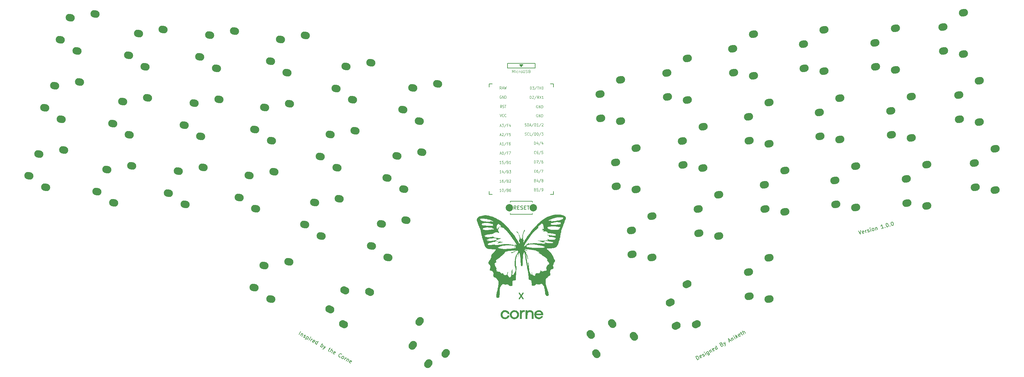
<source format=gbr>
%TF.GenerationSoftware,KiCad,Pcbnew,(6.0.8)*%
%TF.CreationDate,2023-05-09T18:28:35-05:00*%
%TF.ProjectId,Butterfly,42757474-6572-4666-9c79-2e6b69636164,1.0.0*%
%TF.SameCoordinates,Original*%
%TF.FileFunction,Legend,Top*%
%TF.FilePolarity,Positive*%
%FSLAX46Y46*%
G04 Gerber Fmt 4.6, Leading zero omitted, Abs format (unit mm)*
G04 Created by KiCad (PCBNEW (6.0.8)) date 2023-05-09 18:28:35*
%MOMM*%
%LPD*%
G01*
G04 APERTURE LIST*
G04 Aperture macros list*
%AMHorizOval*
0 Thick line with rounded ends*
0 $1 width*
0 $2 $3 position (X,Y) of the first rounded end (center of the circle)*
0 $4 $5 position (X,Y) of the second rounded end (center of the circle)*
0 Add line between two ends*
20,1,$1,$2,$3,$4,$5,0*
0 Add two circle primitives to create the rounded ends*
1,1,$1,$2,$3*
1,1,$1,$4,$5*%
G04 Aperture macros list end*
%ADD10C,0.150000*%
%ADD11C,0.300000*%
%ADD12C,0.125000*%
%ADD13C,0.120000*%
%ADD14C,0.010000*%
%ADD15HorizOval,2.000000X0.243593X0.056238X-0.243593X-0.056238X0*%
%ADD16HorizOval,2.000000X0.243593X-0.056238X-0.243593X0.056238X0*%
%ADD17HorizOval,2.000000X0.153915X0.197003X-0.153915X-0.197003X0*%
%ADD18HorizOval,2.000000X0.224699X-0.109593X-0.224699X0.109593X0*%
%ADD19HorizOval,2.000000X0.224699X0.109593X-0.224699X-0.109593X0*%
%ADD20C,2.000000*%
%ADD21HorizOval,2.000000X0.153915X-0.197003X-0.153915X0.197003X0*%
G04 APERTURE END LIST*
D10*
X229086603Y-151117616D02*
X228601793Y-150242996D01*
X228810036Y-150127565D01*
X228958068Y-150099955D01*
X229087537Y-150137080D01*
X229175358Y-150197291D01*
X229309352Y-150340799D01*
X229378610Y-150465745D01*
X229429306Y-150655425D01*
X229433830Y-150761808D01*
X229396705Y-150891278D01*
X229294846Y-151002185D01*
X229086603Y-151117616D01*
X230271325Y-150406468D02*
X230211114Y-150494289D01*
X230044520Y-150586634D01*
X229938136Y-150591158D01*
X229850316Y-150530947D01*
X229665626Y-150197758D01*
X229661102Y-150091375D01*
X229721313Y-150003554D01*
X229887908Y-149911209D01*
X229994291Y-149906686D01*
X230082112Y-149966896D01*
X230128284Y-150050194D01*
X229757971Y-150364352D01*
X230646162Y-150198693D02*
X230752545Y-150194169D01*
X230919139Y-150101824D01*
X230979350Y-150014003D01*
X230974827Y-149907620D01*
X230951740Y-149865971D01*
X230863920Y-149805761D01*
X230757536Y-149810284D01*
X230632591Y-149879543D01*
X230526207Y-149884067D01*
X230438386Y-149823856D01*
X230415300Y-149782207D01*
X230410776Y-149675824D01*
X230470987Y-149588003D01*
X230595933Y-149518744D01*
X230702316Y-149514221D01*
X231418922Y-149824790D02*
X231095716Y-149241710D01*
X230934112Y-148950170D02*
X230915550Y-149014905D01*
X230980285Y-149033468D01*
X230998847Y-148968733D01*
X230934112Y-148950170D01*
X230980285Y-149033468D01*
X231887038Y-148803073D02*
X232279503Y-149511099D01*
X232284027Y-149617482D01*
X232265465Y-149682217D01*
X232205254Y-149770037D01*
X232080308Y-149839296D01*
X231973925Y-149843820D01*
X232187159Y-149344504D02*
X232126948Y-149432325D01*
X231960353Y-149524670D01*
X231853970Y-149529194D01*
X231789235Y-149510631D01*
X231701414Y-149450420D01*
X231562897Y-149200529D01*
X231558374Y-149094146D01*
X231576936Y-149029411D01*
X231637147Y-148941590D01*
X231803741Y-148849245D01*
X231910124Y-148844722D01*
X232303524Y-148572211D02*
X232626730Y-149155291D01*
X232349696Y-148655508D02*
X232368259Y-148590774D01*
X232428470Y-148502953D01*
X232553415Y-148433694D01*
X232659798Y-148429170D01*
X232747619Y-148489381D01*
X233001567Y-148947516D01*
X233728155Y-148490316D02*
X233667944Y-148578137D01*
X233501350Y-148670482D01*
X233394967Y-148675005D01*
X233307146Y-148614794D01*
X233122456Y-148281606D01*
X233117933Y-148175223D01*
X233178144Y-148087402D01*
X233344738Y-147995057D01*
X233451121Y-147990533D01*
X233538942Y-148050744D01*
X233585114Y-148134041D01*
X233214801Y-148448200D01*
X234542564Y-148093327D02*
X234057754Y-147218707D01*
X234519478Y-148051679D02*
X234459267Y-148139500D01*
X234292673Y-148231844D01*
X234186289Y-148236368D01*
X234121555Y-148217806D01*
X234033734Y-148157595D01*
X233895217Y-147907703D01*
X233890693Y-147801320D01*
X233909255Y-147736585D01*
X233969466Y-147648764D01*
X234136060Y-147556420D01*
X234242444Y-147551896D01*
X235663018Y-146873349D02*
X235811050Y-146845739D01*
X235875785Y-146864302D01*
X235963606Y-146924513D01*
X236032864Y-147049458D01*
X236037388Y-147155842D01*
X236018826Y-147220576D01*
X235958615Y-147308397D01*
X235625426Y-147493087D01*
X235140617Y-146618467D01*
X235432157Y-146456864D01*
X235538540Y-146452340D01*
X235603275Y-146470902D01*
X235691096Y-146531113D01*
X235737268Y-146614410D01*
X235741792Y-146720794D01*
X235723229Y-146785528D01*
X235663018Y-146873349D01*
X235371479Y-147034953D01*
X236093543Y-146471370D02*
X236624992Y-146939019D01*
X236510028Y-146240508D02*
X236624992Y-146939019D01*
X236657126Y-147193434D01*
X236638563Y-147258168D01*
X236578352Y-147345989D01*
X237652634Y-146042714D02*
X238069120Y-145811853D01*
X237707854Y-146338778D02*
X237514585Y-145302555D01*
X238290934Y-146015572D01*
X238259268Y-145270889D02*
X238582474Y-145853968D01*
X238305440Y-145354186D02*
X238324002Y-145289451D01*
X238384213Y-145201630D01*
X238509159Y-145132372D01*
X238615542Y-145127848D01*
X238703363Y-145188059D01*
X238957311Y-145646193D01*
X239373797Y-145415331D02*
X239050590Y-144832251D01*
X238888987Y-144540711D02*
X238870425Y-144605446D01*
X238935159Y-144624009D01*
X238953722Y-144559274D01*
X238888987Y-144540711D01*
X238935159Y-144624009D01*
X239790282Y-145184469D02*
X239305473Y-144309850D01*
X239688890Y-144805109D02*
X240123471Y-144999780D01*
X239800264Y-144416700D02*
X239651765Y-144934578D01*
X240808410Y-144565667D02*
X240748199Y-144653488D01*
X240581605Y-144745832D01*
X240475221Y-144750356D01*
X240387401Y-144690145D01*
X240202711Y-144356957D01*
X240198187Y-144250573D01*
X240258398Y-144162752D01*
X240424993Y-144070408D01*
X240531376Y-144065884D01*
X240619197Y-144126095D01*
X240665369Y-144209392D01*
X240295056Y-144523551D01*
X240799830Y-143862632D02*
X241133018Y-143677943D01*
X240763172Y-143501834D02*
X241178723Y-144251508D01*
X241266544Y-144311719D01*
X241372927Y-144307195D01*
X241456224Y-144261023D01*
X241747764Y-144099419D02*
X241262955Y-143224800D01*
X242122601Y-143891644D02*
X241868653Y-143433510D01*
X241780833Y-143373299D01*
X241674449Y-143377823D01*
X241549504Y-143447081D01*
X241489293Y-143534902D01*
X241470730Y-143599637D01*
X272923913Y-115972455D02*
X273504707Y-116852108D01*
X273567864Y-115799909D01*
X274504305Y-116534967D02*
X274424637Y-116605613D01*
X274240651Y-116654912D01*
X274136333Y-116633565D01*
X274065687Y-116553897D01*
X273967090Y-116185925D01*
X273988437Y-116081608D01*
X274068105Y-116010962D01*
X274252091Y-115961663D01*
X274356408Y-115983010D01*
X274427054Y-116062678D01*
X274451704Y-116154671D01*
X274016388Y-116369911D01*
X274976594Y-116457717D02*
X274804048Y-115813766D01*
X274853347Y-115997752D02*
X274874694Y-115893434D01*
X274908366Y-115835113D01*
X274988034Y-115764467D01*
X275080027Y-115739818D01*
X275516227Y-116263824D02*
X275620545Y-116285171D01*
X275804531Y-116235872D01*
X275884199Y-116165226D01*
X275905546Y-116060908D01*
X275893221Y-116014912D01*
X275822575Y-115935244D01*
X275718258Y-115913897D01*
X275580268Y-115950871D01*
X275475951Y-115929524D01*
X275405305Y-115849856D01*
X275392980Y-115803859D01*
X275414327Y-115699541D01*
X275493995Y-115628895D01*
X275631985Y-115591921D01*
X275736302Y-115613268D01*
X276356488Y-116087975D02*
X276183942Y-115444025D01*
X276097669Y-115122049D02*
X276063998Y-115180371D01*
X276122319Y-115214042D01*
X276155991Y-115155721D01*
X276097669Y-115122049D01*
X276122319Y-115214042D01*
X276954442Y-115927754D02*
X276850125Y-115906407D01*
X276791804Y-115872735D01*
X276721158Y-115793067D01*
X276647209Y-115517088D01*
X276668556Y-115412771D01*
X276702228Y-115354449D01*
X276781896Y-115283803D01*
X276919886Y-115246829D01*
X277024204Y-115268176D01*
X277082525Y-115301848D01*
X277153171Y-115381516D01*
X277227119Y-115657495D01*
X277205772Y-115761813D01*
X277172100Y-115820134D01*
X277092432Y-115890780D01*
X276954442Y-115927754D01*
X277517840Y-115086608D02*
X277690386Y-115730559D01*
X277542489Y-115178601D02*
X277576161Y-115120280D01*
X277655829Y-115049634D01*
X277793819Y-115012660D01*
X277898136Y-115034007D01*
X277968782Y-115113675D01*
X278104354Y-115619636D01*
X279806223Y-115163622D02*
X279254266Y-115311518D01*
X279530245Y-115237570D02*
X279271426Y-114271644D01*
X279216407Y-114434283D01*
X279149063Y-114550925D01*
X279069395Y-114621571D01*
X280195542Y-114960706D02*
X280253863Y-114994378D01*
X280220192Y-115052699D01*
X280161871Y-115019027D01*
X280195542Y-114960706D01*
X280220192Y-115052699D01*
X280605323Y-113914227D02*
X280697316Y-113889578D01*
X280801634Y-113910925D01*
X280859955Y-113944597D01*
X280930601Y-114024265D01*
X281025896Y-114195926D01*
X281087520Y-114425908D01*
X281090822Y-114622219D01*
X281069475Y-114726537D01*
X281035803Y-114784858D01*
X280956135Y-114855504D01*
X280864142Y-114880153D01*
X280759825Y-114858806D01*
X280701503Y-114825134D01*
X280630858Y-114745466D01*
X280535562Y-114573805D01*
X280473939Y-114343823D01*
X280470636Y-114147512D01*
X280491983Y-114043194D01*
X280525655Y-113984873D01*
X280605323Y-113914227D01*
X281575436Y-114590965D02*
X281633757Y-114624636D01*
X281600086Y-114682958D01*
X281541765Y-114649286D01*
X281575436Y-114590965D01*
X281600086Y-114682958D01*
X281985217Y-113544486D02*
X282077210Y-113519836D01*
X282181528Y-113541183D01*
X282239849Y-113574855D01*
X282310495Y-113654523D01*
X282405790Y-113826185D01*
X282467414Y-114056167D01*
X282470716Y-114252477D01*
X282449369Y-114356795D01*
X282415697Y-114415116D01*
X282336029Y-114485762D01*
X282244036Y-114510412D01*
X282139719Y-114489065D01*
X282081397Y-114455393D01*
X282010752Y-114375725D01*
X281915456Y-114204063D01*
X281853833Y-113974081D01*
X281850530Y-113777771D01*
X281871877Y-113673453D01*
X281905549Y-113615132D01*
X281985217Y-113544486D01*
X120452183Y-144249610D02*
X120936993Y-143374990D01*
X121191875Y-143897392D02*
X120868669Y-144480471D01*
X121145703Y-143980689D02*
X121210437Y-143962126D01*
X121316821Y-143966650D01*
X121441766Y-144035909D01*
X121501977Y-144123730D01*
X121497453Y-144230113D01*
X121243506Y-144688247D01*
X121641429Y-144854374D02*
X121701640Y-144942195D01*
X121868234Y-145034540D01*
X121974617Y-145039063D01*
X122062438Y-144978852D01*
X122085524Y-144937204D01*
X122090048Y-144830821D01*
X122029837Y-144743000D01*
X121904891Y-144673741D01*
X121844680Y-144585920D01*
X121849204Y-144479537D01*
X121872290Y-144437888D01*
X121960111Y-144377678D01*
X122066495Y-144382201D01*
X122191440Y-144451460D01*
X122251651Y-144539281D01*
X122691223Y-144728494D02*
X122206413Y-145603114D01*
X122668137Y-144770142D02*
X122774520Y-144774666D01*
X122941114Y-144867011D01*
X123001325Y-144954832D01*
X123019888Y-145019567D01*
X123015364Y-145125950D01*
X122876847Y-145375841D01*
X122789026Y-145436052D01*
X122724291Y-145454614D01*
X122617908Y-145450091D01*
X122451314Y-145357746D01*
X122391103Y-145269925D01*
X123159339Y-145750211D02*
X123482546Y-145167131D01*
X123644149Y-144875591D02*
X123579414Y-144894154D01*
X123597976Y-144958888D01*
X123662711Y-144940326D01*
X123644149Y-144875591D01*
X123597976Y-144958888D01*
X123575825Y-145981073D02*
X123899031Y-145397993D01*
X123806686Y-145564587D02*
X123894507Y-145504376D01*
X123959242Y-145485814D01*
X124065625Y-145490338D01*
X124148922Y-145536510D01*
X124473531Y-146424234D02*
X124367147Y-146419710D01*
X124200553Y-146327365D01*
X124140342Y-146239544D01*
X124144866Y-146133161D01*
X124329555Y-145799973D01*
X124417376Y-145739762D01*
X124523760Y-145744285D01*
X124690354Y-145836630D01*
X124750565Y-145924451D01*
X124746041Y-146030834D01*
X124699869Y-146114131D01*
X124237211Y-145966567D01*
X125241767Y-146904520D02*
X125726577Y-146029900D01*
X125264853Y-146862871D02*
X125158470Y-146858347D01*
X124991876Y-146766003D01*
X124931665Y-146678182D01*
X124913102Y-146613447D01*
X124917626Y-146507064D01*
X125056143Y-146257172D01*
X125143964Y-146196961D01*
X125208699Y-146178399D01*
X125315082Y-146182923D01*
X125481676Y-146275267D01*
X125541887Y-146363088D01*
X126324630Y-147504760D02*
X126809439Y-146630140D01*
X126624750Y-146963329D02*
X126731133Y-146967853D01*
X126897727Y-147060197D01*
X126957938Y-147148018D01*
X126976501Y-147212753D01*
X126971977Y-147319136D01*
X126833460Y-147569028D01*
X126745639Y-147629238D01*
X126680904Y-147647801D01*
X126574521Y-147643277D01*
X126407927Y-147550932D01*
X126347716Y-147463111D01*
X127355861Y-147314145D02*
X127240898Y-148012656D01*
X127772347Y-147545007D02*
X127240898Y-148012656D01*
X127042170Y-148174726D01*
X126977435Y-148193289D01*
X126871052Y-148188765D01*
X128646967Y-148029817D02*
X128980155Y-148214506D01*
X128933516Y-147807535D02*
X128517964Y-148557209D01*
X128513441Y-148663592D01*
X128573652Y-148751413D01*
X128656949Y-148797586D01*
X128948489Y-148959189D02*
X129433298Y-148084569D01*
X129323326Y-149166964D02*
X129577274Y-148708830D01*
X129581797Y-148602447D01*
X129521586Y-148514626D01*
X129396641Y-148445368D01*
X129290257Y-148440844D01*
X129225523Y-148459406D01*
X130096086Y-149540867D02*
X129989703Y-149536343D01*
X129823108Y-149443999D01*
X129762897Y-149356178D01*
X129767421Y-149249794D01*
X129952111Y-148916606D01*
X130039931Y-148856395D01*
X130146315Y-148860919D01*
X130312909Y-148953263D01*
X130373120Y-149041084D01*
X130368596Y-149147468D01*
X130322424Y-149230765D01*
X129859766Y-149083200D01*
X131701817Y-150376493D02*
X131637083Y-150395055D01*
X131489051Y-150367445D01*
X131405754Y-150321273D01*
X131303894Y-150210366D01*
X131266769Y-150080897D01*
X131271293Y-149974513D01*
X131321989Y-149784833D01*
X131391248Y-149659887D01*
X131525241Y-149516379D01*
X131613062Y-149456168D01*
X131742531Y-149419043D01*
X131890563Y-149446653D01*
X131973860Y-149492826D01*
X132075720Y-149603733D01*
X132094282Y-149668468D01*
X132155428Y-150736824D02*
X132095217Y-150649003D01*
X132076654Y-150584269D01*
X132081178Y-150477885D01*
X132219695Y-150227994D01*
X132307516Y-150167783D01*
X132372251Y-150149221D01*
X132478634Y-150153744D01*
X132603580Y-150223003D01*
X132663791Y-150310824D01*
X132682353Y-150375559D01*
X132677829Y-150481942D01*
X132539312Y-150731833D01*
X132451491Y-150792044D01*
X132386757Y-150810606D01*
X132280373Y-150806083D01*
X132155428Y-150736824D01*
X132821804Y-151106203D02*
X133145011Y-150523123D01*
X133052666Y-150689717D02*
X133140487Y-150629506D01*
X133205222Y-150610944D01*
X133311605Y-150615468D01*
X133394902Y-150661640D01*
X133686442Y-150823243D02*
X133363236Y-151406323D01*
X133640270Y-150906540D02*
X133705005Y-150887978D01*
X133811388Y-150892502D01*
X133936334Y-150961760D01*
X133996544Y-151049581D01*
X133992021Y-151155965D01*
X133738073Y-151614099D01*
X134510833Y-151988001D02*
X134404450Y-151983477D01*
X134237855Y-151891133D01*
X134177645Y-151803312D01*
X134182168Y-151696929D01*
X134366858Y-151363740D01*
X134454679Y-151303529D01*
X134561062Y-151308053D01*
X134727656Y-151400398D01*
X134787867Y-151488219D01*
X134783343Y-151594602D01*
X134737171Y-151677899D01*
X134274513Y-151530334D01*
D11*
%TO.C,Butterfly*%
X180521284Y-132939397D02*
X181537284Y-134463397D01*
X181537284Y-132939397D02*
X180521284Y-134463397D01*
D10*
%TO.C,SW1*%
X179592197Y-110123404D02*
X179258863Y-109647214D01*
X179020768Y-110123404D02*
X179020768Y-109123404D01*
X179401720Y-109123404D01*
X179496958Y-109171024D01*
X179544578Y-109218643D01*
X179592197Y-109313881D01*
X179592197Y-109456738D01*
X179544578Y-109551976D01*
X179496958Y-109599595D01*
X179401720Y-109647214D01*
X179020768Y-109647214D01*
X180020768Y-109599595D02*
X180354101Y-109599595D01*
X180496958Y-110123404D02*
X180020768Y-110123404D01*
X180020768Y-109123404D01*
X180496958Y-109123404D01*
X180877911Y-110075785D02*
X181020768Y-110123404D01*
X181258863Y-110123404D01*
X181354101Y-110075785D01*
X181401720Y-110028166D01*
X181449339Y-109932928D01*
X181449339Y-109837690D01*
X181401720Y-109742452D01*
X181354101Y-109694833D01*
X181258863Y-109647214D01*
X181068387Y-109599595D01*
X180973149Y-109551976D01*
X180925530Y-109504357D01*
X180877911Y-109409119D01*
X180877911Y-109313881D01*
X180925530Y-109218643D01*
X180973149Y-109171024D01*
X181068387Y-109123404D01*
X181306482Y-109123404D01*
X181449339Y-109171024D01*
X181877911Y-109599595D02*
X182211244Y-109599595D01*
X182354101Y-110123404D02*
X181877911Y-110123404D01*
X181877911Y-109123404D01*
X182354101Y-109123404D01*
X182639816Y-109123404D02*
X183211244Y-109123404D01*
X182925530Y-110123404D02*
X182925530Y-109123404D01*
D12*
%TO.C,U1*%
X184808387Y-104711202D02*
X184904101Y-104746916D01*
X184936006Y-104782631D01*
X184967911Y-104854059D01*
X184967911Y-104961202D01*
X184936006Y-105032631D01*
X184904101Y-105068345D01*
X184840292Y-105104059D01*
X184585054Y-105104059D01*
X184585054Y-104354059D01*
X184808387Y-104354059D01*
X184872197Y-104389774D01*
X184904101Y-104425488D01*
X184936006Y-104496916D01*
X184936006Y-104568345D01*
X184904101Y-104639774D01*
X184872197Y-104675488D01*
X184808387Y-104711202D01*
X184585054Y-104711202D01*
X185574101Y-104354059D02*
X185255054Y-104354059D01*
X185223149Y-104711202D01*
X185255054Y-104675488D01*
X185318863Y-104639774D01*
X185478387Y-104639774D01*
X185542197Y-104675488D01*
X185574101Y-104711202D01*
X185606006Y-104782631D01*
X185606006Y-104961202D01*
X185574101Y-105032631D01*
X185542197Y-105068345D01*
X185478387Y-105104059D01*
X185318863Y-105104059D01*
X185255054Y-105068345D01*
X185223149Y-105032631D01*
X186371720Y-104318345D02*
X185797435Y-105282631D01*
X186626958Y-105104059D02*
X186754578Y-105104059D01*
X186818387Y-105068345D01*
X186850292Y-105032631D01*
X186914101Y-104925488D01*
X186946006Y-104782631D01*
X186946006Y-104496916D01*
X186914101Y-104425488D01*
X186882197Y-104389774D01*
X186818387Y-104354059D01*
X186690768Y-104354059D01*
X186626958Y-104389774D01*
X186595054Y-104425488D01*
X186563149Y-104496916D01*
X186563149Y-104675488D01*
X186595054Y-104746916D01*
X186626958Y-104782631D01*
X186690768Y-104818345D01*
X186818387Y-104818345D01*
X186882197Y-104782631D01*
X186914101Y-104746916D01*
X186946006Y-104675488D01*
D13*
X178548149Y-72854059D02*
X178548149Y-72104059D01*
X178798149Y-72639774D01*
X179048149Y-72104059D01*
X179048149Y-72854059D01*
X179405292Y-72854059D02*
X179405292Y-72354059D01*
X179405292Y-72104059D02*
X179369578Y-72139774D01*
X179405292Y-72175488D01*
X179441006Y-72139774D01*
X179405292Y-72104059D01*
X179405292Y-72175488D01*
X180083863Y-72818345D02*
X180012435Y-72854059D01*
X179869578Y-72854059D01*
X179798149Y-72818345D01*
X179762435Y-72782631D01*
X179726720Y-72711202D01*
X179726720Y-72496916D01*
X179762435Y-72425488D01*
X179798149Y-72389774D01*
X179869578Y-72354059D01*
X180012435Y-72354059D01*
X180083863Y-72389774D01*
X180405292Y-72854059D02*
X180405292Y-72354059D01*
X180405292Y-72496916D02*
X180441006Y-72425488D01*
X180476720Y-72389774D01*
X180548149Y-72354059D01*
X180619578Y-72354059D01*
X180976720Y-72854059D02*
X180905292Y-72818345D01*
X180869578Y-72782631D01*
X180833863Y-72711202D01*
X180833863Y-72496916D01*
X180869578Y-72425488D01*
X180905292Y-72389774D01*
X180976720Y-72354059D01*
X181083863Y-72354059D01*
X181155292Y-72389774D01*
X181191006Y-72425488D01*
X181226720Y-72496916D01*
X181226720Y-72711202D01*
X181191006Y-72782631D01*
X181155292Y-72818345D01*
X181083863Y-72854059D01*
X180976720Y-72854059D01*
X181548149Y-72104059D02*
X181548149Y-72711202D01*
X181583863Y-72782631D01*
X181619578Y-72818345D01*
X181691006Y-72854059D01*
X181833863Y-72854059D01*
X181905292Y-72818345D01*
X181941006Y-72782631D01*
X181976720Y-72711202D01*
X181976720Y-72104059D01*
X182298149Y-72818345D02*
X182405292Y-72854059D01*
X182583863Y-72854059D01*
X182655292Y-72818345D01*
X182691006Y-72782631D01*
X182726720Y-72711202D01*
X182726720Y-72639774D01*
X182691006Y-72568345D01*
X182655292Y-72532631D01*
X182583863Y-72496916D01*
X182441006Y-72461202D01*
X182369578Y-72425488D01*
X182333863Y-72389774D01*
X182298149Y-72318345D01*
X182298149Y-72246916D01*
X182333863Y-72175488D01*
X182369578Y-72139774D01*
X182441006Y-72104059D01*
X182619578Y-72104059D01*
X182726720Y-72139774D01*
X183298149Y-72461202D02*
X183405292Y-72496916D01*
X183441006Y-72532631D01*
X183476720Y-72604059D01*
X183476720Y-72711202D01*
X183441006Y-72782631D01*
X183405292Y-72818345D01*
X183333863Y-72854059D01*
X183048149Y-72854059D01*
X183048149Y-72104059D01*
X183298149Y-72104059D01*
X183369578Y-72139774D01*
X183405292Y-72175488D01*
X183441006Y-72246916D01*
X183441006Y-72318345D01*
X183405292Y-72389774D01*
X183369578Y-72425488D01*
X183298149Y-72461202D01*
X183048149Y-72461202D01*
X178548149Y-72854059D02*
X178548149Y-72104059D01*
X178798149Y-72639774D01*
X179048149Y-72104059D01*
X179048149Y-72854059D01*
X179405292Y-72854059D02*
X179405292Y-72354059D01*
X179405292Y-72104059D02*
X179369578Y-72139774D01*
X179405292Y-72175488D01*
X179441006Y-72139774D01*
X179405292Y-72104059D01*
X179405292Y-72175488D01*
X180083863Y-72818345D02*
X180012435Y-72854059D01*
X179869578Y-72854059D01*
X179798149Y-72818345D01*
X179762435Y-72782631D01*
X179726720Y-72711202D01*
X179726720Y-72496916D01*
X179762435Y-72425488D01*
X179798149Y-72389774D01*
X179869578Y-72354059D01*
X180012435Y-72354059D01*
X180083863Y-72389774D01*
X180405292Y-72854059D02*
X180405292Y-72354059D01*
X180405292Y-72496916D02*
X180441006Y-72425488D01*
X180476720Y-72389774D01*
X180548149Y-72354059D01*
X180619578Y-72354059D01*
X180976720Y-72854059D02*
X180905292Y-72818345D01*
X180869578Y-72782631D01*
X180833863Y-72711202D01*
X180833863Y-72496916D01*
X180869578Y-72425488D01*
X180905292Y-72389774D01*
X180976720Y-72354059D01*
X181083863Y-72354059D01*
X181155292Y-72389774D01*
X181191006Y-72425488D01*
X181226720Y-72496916D01*
X181226720Y-72711202D01*
X181191006Y-72782631D01*
X181155292Y-72818345D01*
X181083863Y-72854059D01*
X180976720Y-72854059D01*
X181548149Y-72104059D02*
X181548149Y-72711202D01*
X181583863Y-72782631D01*
X181619578Y-72818345D01*
X181691006Y-72854059D01*
X181833863Y-72854059D01*
X181905292Y-72818345D01*
X181941006Y-72782631D01*
X181976720Y-72711202D01*
X181976720Y-72104059D01*
X182298149Y-72818345D02*
X182405292Y-72854059D01*
X182583863Y-72854059D01*
X182655292Y-72818345D01*
X182691006Y-72782631D01*
X182726720Y-72711202D01*
X182726720Y-72639774D01*
X182691006Y-72568345D01*
X182655292Y-72532631D01*
X182583863Y-72496916D01*
X182441006Y-72461202D01*
X182369578Y-72425488D01*
X182333863Y-72389774D01*
X182298149Y-72318345D01*
X182298149Y-72246916D01*
X182333863Y-72175488D01*
X182369578Y-72139774D01*
X182441006Y-72104059D01*
X182619578Y-72104059D01*
X182726720Y-72139774D01*
X183298149Y-72461202D02*
X183405292Y-72496916D01*
X183441006Y-72532631D01*
X183476720Y-72604059D01*
X183476720Y-72711202D01*
X183441006Y-72782631D01*
X183405292Y-72818345D01*
X183333863Y-72854059D01*
X183048149Y-72854059D01*
X183048149Y-72104059D01*
X183298149Y-72104059D01*
X183369578Y-72139774D01*
X183405292Y-72175488D01*
X183441006Y-72246916D01*
X183441006Y-72318345D01*
X183405292Y-72389774D01*
X183369578Y-72425488D01*
X183298149Y-72461202D01*
X183048149Y-72461202D01*
D12*
X175516958Y-105254059D02*
X175134101Y-105254059D01*
X175325530Y-105254059D02*
X175325530Y-104504059D01*
X175261720Y-104611202D01*
X175197911Y-104682631D01*
X175134101Y-104718345D01*
X175931720Y-104504059D02*
X175995530Y-104504059D01*
X176059339Y-104539774D01*
X176091244Y-104575488D01*
X176123149Y-104646916D01*
X176155054Y-104789774D01*
X176155054Y-104968345D01*
X176123149Y-105111202D01*
X176091244Y-105182631D01*
X176059339Y-105218345D01*
X175995530Y-105254059D01*
X175931720Y-105254059D01*
X175867911Y-105218345D01*
X175836006Y-105182631D01*
X175804101Y-105111202D01*
X175772197Y-104968345D01*
X175772197Y-104789774D01*
X175804101Y-104646916D01*
X175836006Y-104575488D01*
X175867911Y-104539774D01*
X175931720Y-104504059D01*
X176920768Y-104468345D02*
X176346482Y-105432631D01*
X177367435Y-104861202D02*
X177463149Y-104896916D01*
X177495054Y-104932631D01*
X177526958Y-105004059D01*
X177526958Y-105111202D01*
X177495054Y-105182631D01*
X177463149Y-105218345D01*
X177399339Y-105254059D01*
X177144101Y-105254059D01*
X177144101Y-104504059D01*
X177367435Y-104504059D01*
X177431244Y-104539774D01*
X177463149Y-104575488D01*
X177495054Y-104646916D01*
X177495054Y-104718345D01*
X177463149Y-104789774D01*
X177431244Y-104825488D01*
X177367435Y-104861202D01*
X177144101Y-104861202D01*
X178101244Y-104504059D02*
X177973625Y-104504059D01*
X177909816Y-104539774D01*
X177877911Y-104575488D01*
X177814101Y-104682631D01*
X177782197Y-104825488D01*
X177782197Y-105111202D01*
X177814101Y-105182631D01*
X177846006Y-105218345D01*
X177909816Y-105254059D01*
X178037435Y-105254059D01*
X178101244Y-105218345D01*
X178133149Y-105182631D01*
X178165054Y-105111202D01*
X178165054Y-104932631D01*
X178133149Y-104861202D01*
X178101244Y-104825488D01*
X178037435Y-104789774D01*
X177909816Y-104789774D01*
X177846006Y-104825488D01*
X177814101Y-104861202D01*
X177782197Y-104932631D01*
X175516958Y-102754059D02*
X175134101Y-102754059D01*
X175325530Y-102754059D02*
X175325530Y-102004059D01*
X175261720Y-102111202D01*
X175197911Y-102182631D01*
X175134101Y-102218345D01*
X176091244Y-102004059D02*
X175963625Y-102004059D01*
X175899816Y-102039774D01*
X175867911Y-102075488D01*
X175804101Y-102182631D01*
X175772197Y-102325488D01*
X175772197Y-102611202D01*
X175804101Y-102682631D01*
X175836006Y-102718345D01*
X175899816Y-102754059D01*
X176027435Y-102754059D01*
X176091244Y-102718345D01*
X176123149Y-102682631D01*
X176155054Y-102611202D01*
X176155054Y-102432631D01*
X176123149Y-102361202D01*
X176091244Y-102325488D01*
X176027435Y-102289774D01*
X175899816Y-102289774D01*
X175836006Y-102325488D01*
X175804101Y-102361202D01*
X175772197Y-102432631D01*
X176920768Y-101968345D02*
X176346482Y-102932631D01*
X177367435Y-102361202D02*
X177463149Y-102396916D01*
X177495054Y-102432631D01*
X177526958Y-102504059D01*
X177526958Y-102611202D01*
X177495054Y-102682631D01*
X177463149Y-102718345D01*
X177399339Y-102754059D01*
X177144101Y-102754059D01*
X177144101Y-102004059D01*
X177367435Y-102004059D01*
X177431244Y-102039774D01*
X177463149Y-102075488D01*
X177495054Y-102146916D01*
X177495054Y-102218345D01*
X177463149Y-102289774D01*
X177431244Y-102325488D01*
X177367435Y-102361202D01*
X177144101Y-102361202D01*
X177782197Y-102075488D02*
X177814101Y-102039774D01*
X177877911Y-102004059D01*
X178037435Y-102004059D01*
X178101244Y-102039774D01*
X178133149Y-102075488D01*
X178165054Y-102146916D01*
X178165054Y-102218345D01*
X178133149Y-102325488D01*
X177750292Y-102754059D01*
X178165054Y-102754059D01*
X184967911Y-94882631D02*
X184936006Y-94918345D01*
X184840292Y-94954059D01*
X184776482Y-94954059D01*
X184680768Y-94918345D01*
X184616958Y-94846916D01*
X184585054Y-94775488D01*
X184553149Y-94632631D01*
X184553149Y-94525488D01*
X184585054Y-94382631D01*
X184616958Y-94311202D01*
X184680768Y-94239774D01*
X184776482Y-94204059D01*
X184840292Y-94204059D01*
X184936006Y-94239774D01*
X184967911Y-94275488D01*
X185542197Y-94204059D02*
X185414578Y-94204059D01*
X185350768Y-94239774D01*
X185318863Y-94275488D01*
X185255054Y-94382631D01*
X185223149Y-94525488D01*
X185223149Y-94811202D01*
X185255054Y-94882631D01*
X185286958Y-94918345D01*
X185350768Y-94954059D01*
X185478387Y-94954059D01*
X185542197Y-94918345D01*
X185574101Y-94882631D01*
X185606006Y-94811202D01*
X185606006Y-94632631D01*
X185574101Y-94561202D01*
X185542197Y-94525488D01*
X185478387Y-94489774D01*
X185350768Y-94489774D01*
X185286958Y-94525488D01*
X185255054Y-94561202D01*
X185223149Y-94632631D01*
X186371720Y-94168345D02*
X185797435Y-95132631D01*
X186914101Y-94204059D02*
X186595054Y-94204059D01*
X186563149Y-94561202D01*
X186595054Y-94525488D01*
X186658863Y-94489774D01*
X186818387Y-94489774D01*
X186882197Y-94525488D01*
X186914101Y-94561202D01*
X186946006Y-94632631D01*
X186946006Y-94811202D01*
X186914101Y-94882631D01*
X186882197Y-94918345D01*
X186818387Y-94954059D01*
X186658863Y-94954059D01*
X186595054Y-94918345D01*
X186563149Y-94882631D01*
X184585054Y-92404059D02*
X184585054Y-91654059D01*
X184744578Y-91654059D01*
X184840292Y-91689774D01*
X184904101Y-91761202D01*
X184936006Y-91832631D01*
X184967911Y-91975488D01*
X184967911Y-92082631D01*
X184936006Y-92225488D01*
X184904101Y-92296916D01*
X184840292Y-92368345D01*
X184744578Y-92404059D01*
X184585054Y-92404059D01*
X185542197Y-91904059D02*
X185542197Y-92404059D01*
X185382673Y-91618345D02*
X185223149Y-92154059D01*
X185637911Y-92154059D01*
X186371720Y-91618345D02*
X185797435Y-92582631D01*
X186882197Y-91904059D02*
X186882197Y-92404059D01*
X186722673Y-91618345D02*
X186563149Y-92154059D01*
X186977911Y-92154059D01*
X184616958Y-99661202D02*
X184840292Y-99661202D01*
X184936006Y-100054059D02*
X184616958Y-100054059D01*
X184616958Y-99304059D01*
X184936006Y-99304059D01*
X185510292Y-99304059D02*
X185382673Y-99304059D01*
X185318863Y-99339774D01*
X185286958Y-99375488D01*
X185223149Y-99482631D01*
X185191244Y-99625488D01*
X185191244Y-99911202D01*
X185223149Y-99982631D01*
X185255054Y-100018345D01*
X185318863Y-100054059D01*
X185446482Y-100054059D01*
X185510292Y-100018345D01*
X185542197Y-99982631D01*
X185574101Y-99911202D01*
X185574101Y-99732631D01*
X185542197Y-99661202D01*
X185510292Y-99625488D01*
X185446482Y-99589774D01*
X185318863Y-99589774D01*
X185255054Y-99625488D01*
X185223149Y-99661202D01*
X185191244Y-99732631D01*
X186339816Y-99268345D02*
X185765530Y-100232631D01*
X186499339Y-99304059D02*
X186946006Y-99304059D01*
X186658863Y-100054059D01*
X184808387Y-102211202D02*
X184904101Y-102246916D01*
X184936006Y-102282631D01*
X184967911Y-102354059D01*
X184967911Y-102461202D01*
X184936006Y-102532631D01*
X184904101Y-102568345D01*
X184840292Y-102604059D01*
X184585054Y-102604059D01*
X184585054Y-101854059D01*
X184808387Y-101854059D01*
X184872197Y-101889774D01*
X184904101Y-101925488D01*
X184936006Y-101996916D01*
X184936006Y-102068345D01*
X184904101Y-102139774D01*
X184872197Y-102175488D01*
X184808387Y-102211202D01*
X184585054Y-102211202D01*
X185542197Y-102104059D02*
X185542197Y-102604059D01*
X185382673Y-101818345D02*
X185223149Y-102354059D01*
X185637911Y-102354059D01*
X186371720Y-101818345D02*
X185797435Y-102782631D01*
X186690768Y-102175488D02*
X186626958Y-102139774D01*
X186595054Y-102104059D01*
X186563149Y-102032631D01*
X186563149Y-101996916D01*
X186595054Y-101925488D01*
X186626958Y-101889774D01*
X186690768Y-101854059D01*
X186818387Y-101854059D01*
X186882197Y-101889774D01*
X186914101Y-101925488D01*
X186946006Y-101996916D01*
X186946006Y-102032631D01*
X186914101Y-102104059D01*
X186882197Y-102139774D01*
X186818387Y-102175488D01*
X186690768Y-102175488D01*
X186626958Y-102211202D01*
X186595054Y-102246916D01*
X186563149Y-102318345D01*
X186563149Y-102461202D01*
X186595054Y-102532631D01*
X186626958Y-102568345D01*
X186690768Y-102604059D01*
X186818387Y-102604059D01*
X186882197Y-102568345D01*
X186914101Y-102532631D01*
X186946006Y-102461202D01*
X186946006Y-102318345D01*
X186914101Y-102246916D01*
X186882197Y-102211202D01*
X186818387Y-102175488D01*
X175516958Y-100204059D02*
X175134101Y-100204059D01*
X175325530Y-100204059D02*
X175325530Y-99454059D01*
X175261720Y-99561202D01*
X175197911Y-99632631D01*
X175134101Y-99668345D01*
X176091244Y-99704059D02*
X176091244Y-100204059D01*
X175931720Y-99418345D02*
X175772197Y-99954059D01*
X176186958Y-99954059D01*
X176920768Y-99418345D02*
X176346482Y-100382631D01*
X177367435Y-99811202D02*
X177463149Y-99846916D01*
X177495054Y-99882631D01*
X177526958Y-99954059D01*
X177526958Y-100061202D01*
X177495054Y-100132631D01*
X177463149Y-100168345D01*
X177399339Y-100204059D01*
X177144101Y-100204059D01*
X177144101Y-99454059D01*
X177367435Y-99454059D01*
X177431244Y-99489774D01*
X177463149Y-99525488D01*
X177495054Y-99596916D01*
X177495054Y-99668345D01*
X177463149Y-99739774D01*
X177431244Y-99775488D01*
X177367435Y-99811202D01*
X177144101Y-99811202D01*
X177750292Y-99454059D02*
X178165054Y-99454059D01*
X177941720Y-99739774D01*
X178037435Y-99739774D01*
X178101244Y-99775488D01*
X178133149Y-99811202D01*
X178165054Y-99882631D01*
X178165054Y-100061202D01*
X178133149Y-100132631D01*
X178101244Y-100168345D01*
X178037435Y-100204059D01*
X177846006Y-100204059D01*
X177782197Y-100168345D01*
X177750292Y-100132631D01*
X182026958Y-89868345D02*
X182122673Y-89904059D01*
X182282197Y-89904059D01*
X182346006Y-89868345D01*
X182377911Y-89832631D01*
X182409816Y-89761202D01*
X182409816Y-89689774D01*
X182377911Y-89618345D01*
X182346006Y-89582631D01*
X182282197Y-89546916D01*
X182154578Y-89511202D01*
X182090768Y-89475488D01*
X182058863Y-89439774D01*
X182026958Y-89368345D01*
X182026958Y-89296916D01*
X182058863Y-89225488D01*
X182090768Y-89189774D01*
X182154578Y-89154059D01*
X182314101Y-89154059D01*
X182409816Y-89189774D01*
X183079816Y-89832631D02*
X183047911Y-89868345D01*
X182952197Y-89904059D01*
X182888387Y-89904059D01*
X182792673Y-89868345D01*
X182728863Y-89796916D01*
X182696958Y-89725488D01*
X182665054Y-89582631D01*
X182665054Y-89475488D01*
X182696958Y-89332631D01*
X182728863Y-89261202D01*
X182792673Y-89189774D01*
X182888387Y-89154059D01*
X182952197Y-89154059D01*
X183047911Y-89189774D01*
X183079816Y-89225488D01*
X183686006Y-89904059D02*
X183366958Y-89904059D01*
X183366958Y-89154059D01*
X184387911Y-89118345D02*
X183813625Y-90082631D01*
X184611244Y-89904059D02*
X184611244Y-89154059D01*
X184770768Y-89154059D01*
X184866482Y-89189774D01*
X184930292Y-89261202D01*
X184962197Y-89332631D01*
X184994101Y-89475488D01*
X184994101Y-89582631D01*
X184962197Y-89725488D01*
X184930292Y-89796916D01*
X184866482Y-89868345D01*
X184770768Y-89904059D01*
X184611244Y-89904059D01*
X185408863Y-89154059D02*
X185472673Y-89154059D01*
X185536482Y-89189774D01*
X185568387Y-89225488D01*
X185600292Y-89296916D01*
X185632197Y-89439774D01*
X185632197Y-89618345D01*
X185600292Y-89761202D01*
X185568387Y-89832631D01*
X185536482Y-89868345D01*
X185472673Y-89904059D01*
X185408863Y-89904059D01*
X185345054Y-89868345D01*
X185313149Y-89832631D01*
X185281244Y-89761202D01*
X185249339Y-89618345D01*
X185249339Y-89439774D01*
X185281244Y-89296916D01*
X185313149Y-89225488D01*
X185345054Y-89189774D01*
X185408863Y-89154059D01*
X186397911Y-89118345D02*
X185823625Y-90082631D01*
X186557435Y-89154059D02*
X186972197Y-89154059D01*
X186748863Y-89439774D01*
X186844578Y-89439774D01*
X186908387Y-89475488D01*
X186940292Y-89511202D01*
X186972197Y-89582631D01*
X186972197Y-89761202D01*
X186940292Y-89832631D01*
X186908387Y-89868345D01*
X186844578Y-89904059D01*
X186653149Y-89904059D01*
X186589339Y-89868345D01*
X186557435Y-89832631D01*
X175586958Y-77304059D02*
X175363625Y-76946916D01*
X175204101Y-77304059D02*
X175204101Y-76554059D01*
X175459339Y-76554059D01*
X175523149Y-76589774D01*
X175555054Y-76625488D01*
X175586958Y-76696916D01*
X175586958Y-76804059D01*
X175555054Y-76875488D01*
X175523149Y-76911202D01*
X175459339Y-76946916D01*
X175204101Y-76946916D01*
X175842197Y-77089774D02*
X176161244Y-77089774D01*
X175778387Y-77304059D02*
X176001720Y-76554059D01*
X176225054Y-77304059D01*
X176384578Y-76554059D02*
X176544101Y-77304059D01*
X176671720Y-76768345D01*
X176799339Y-77304059D01*
X176958863Y-76554059D01*
X175682673Y-82404059D02*
X175459339Y-82046916D01*
X175299816Y-82404059D02*
X175299816Y-81654059D01*
X175555054Y-81654059D01*
X175618863Y-81689774D01*
X175650768Y-81725488D01*
X175682673Y-81796916D01*
X175682673Y-81904059D01*
X175650768Y-81975488D01*
X175618863Y-82011202D01*
X175555054Y-82046916D01*
X175299816Y-82046916D01*
X175937911Y-82368345D02*
X176033625Y-82404059D01*
X176193149Y-82404059D01*
X176256958Y-82368345D01*
X176288863Y-82332631D01*
X176320768Y-82261202D01*
X176320768Y-82189774D01*
X176288863Y-82118345D01*
X176256958Y-82082631D01*
X176193149Y-82046916D01*
X176065530Y-82011202D01*
X176001720Y-81975488D01*
X175969816Y-81939774D01*
X175937911Y-81868345D01*
X175937911Y-81796916D01*
X175969816Y-81725488D01*
X176001720Y-81689774D01*
X176065530Y-81654059D01*
X176225054Y-81654059D01*
X176320768Y-81689774D01*
X176512197Y-81654059D02*
X176895054Y-81654059D01*
X176703625Y-82404059D02*
X176703625Y-81654059D01*
X175539101Y-79139774D02*
X175475292Y-79104059D01*
X175379578Y-79104059D01*
X175283863Y-79139774D01*
X175220054Y-79211202D01*
X175188149Y-79282631D01*
X175156244Y-79425488D01*
X175156244Y-79532631D01*
X175188149Y-79675488D01*
X175220054Y-79746916D01*
X175283863Y-79818345D01*
X175379578Y-79854059D01*
X175443387Y-79854059D01*
X175539101Y-79818345D01*
X175571006Y-79782631D01*
X175571006Y-79532631D01*
X175443387Y-79532631D01*
X175858149Y-79854059D02*
X175858149Y-79104059D01*
X176241006Y-79854059D01*
X176241006Y-79104059D01*
X176560054Y-79854059D02*
X176560054Y-79104059D01*
X176719578Y-79104059D01*
X176815292Y-79139774D01*
X176879101Y-79211202D01*
X176911006Y-79282631D01*
X176942911Y-79425488D01*
X176942911Y-79532631D01*
X176911006Y-79675488D01*
X176879101Y-79746916D01*
X176815292Y-79818345D01*
X176719578Y-79854059D01*
X176560054Y-79854059D01*
X182011006Y-87368345D02*
X182106720Y-87404059D01*
X182266244Y-87404059D01*
X182330054Y-87368345D01*
X182361958Y-87332631D01*
X182393863Y-87261202D01*
X182393863Y-87189774D01*
X182361958Y-87118345D01*
X182330054Y-87082631D01*
X182266244Y-87046916D01*
X182138625Y-87011202D01*
X182074816Y-86975488D01*
X182042911Y-86939774D01*
X182011006Y-86868345D01*
X182011006Y-86796916D01*
X182042911Y-86725488D01*
X182074816Y-86689774D01*
X182138625Y-86654059D01*
X182298149Y-86654059D01*
X182393863Y-86689774D01*
X182681006Y-87404059D02*
X182681006Y-86654059D01*
X182840530Y-86654059D01*
X182936244Y-86689774D01*
X183000054Y-86761202D01*
X183031958Y-86832631D01*
X183063863Y-86975488D01*
X183063863Y-87082631D01*
X183031958Y-87225488D01*
X183000054Y-87296916D01*
X182936244Y-87368345D01*
X182840530Y-87404059D01*
X182681006Y-87404059D01*
X183319101Y-87189774D02*
X183638149Y-87189774D01*
X183255292Y-87404059D02*
X183478625Y-86654059D01*
X183701958Y-87404059D01*
X184403863Y-86618345D02*
X183829578Y-87582631D01*
X184627197Y-87404059D02*
X184627197Y-86654059D01*
X184786720Y-86654059D01*
X184882435Y-86689774D01*
X184946244Y-86761202D01*
X184978149Y-86832631D01*
X185010054Y-86975488D01*
X185010054Y-87082631D01*
X184978149Y-87225488D01*
X184946244Y-87296916D01*
X184882435Y-87368345D01*
X184786720Y-87404059D01*
X184627197Y-87404059D01*
X185648149Y-87404059D02*
X185265292Y-87404059D01*
X185456720Y-87404059D02*
X185456720Y-86654059D01*
X185392911Y-86761202D01*
X185329101Y-86832631D01*
X185265292Y-86868345D01*
X186413863Y-86618345D02*
X185839578Y-87582631D01*
X186605292Y-86725488D02*
X186637197Y-86689774D01*
X186701006Y-86654059D01*
X186860530Y-86654059D01*
X186924339Y-86689774D01*
X186956244Y-86725488D01*
X186988149Y-86796916D01*
X186988149Y-86868345D01*
X186956244Y-86975488D01*
X186573387Y-87404059D01*
X186988149Y-87404059D01*
X175213863Y-94889774D02*
X175532911Y-94889774D01*
X175150054Y-95104059D02*
X175373387Y-94354059D01*
X175596720Y-95104059D01*
X175947673Y-94354059D02*
X176011482Y-94354059D01*
X176075292Y-94389774D01*
X176107197Y-94425488D01*
X176139101Y-94496916D01*
X176171006Y-94639774D01*
X176171006Y-94818345D01*
X176139101Y-94961202D01*
X176107197Y-95032631D01*
X176075292Y-95068345D01*
X176011482Y-95104059D01*
X175947673Y-95104059D01*
X175883863Y-95068345D01*
X175851958Y-95032631D01*
X175820054Y-94961202D01*
X175788149Y-94818345D01*
X175788149Y-94639774D01*
X175820054Y-94496916D01*
X175851958Y-94425488D01*
X175883863Y-94389774D01*
X175947673Y-94354059D01*
X176936720Y-94318345D02*
X176362435Y-95282631D01*
X177383387Y-94711202D02*
X177160054Y-94711202D01*
X177160054Y-95104059D02*
X177160054Y-94354059D01*
X177479101Y-94354059D01*
X177670530Y-94354059D02*
X178117197Y-94354059D01*
X177830054Y-95104059D01*
X175516958Y-97654059D02*
X175134101Y-97654059D01*
X175325530Y-97654059D02*
X175325530Y-96904059D01*
X175261720Y-97011202D01*
X175197911Y-97082631D01*
X175134101Y-97118345D01*
X176123149Y-96904059D02*
X175804101Y-96904059D01*
X175772197Y-97261202D01*
X175804101Y-97225488D01*
X175867911Y-97189774D01*
X176027435Y-97189774D01*
X176091244Y-97225488D01*
X176123149Y-97261202D01*
X176155054Y-97332631D01*
X176155054Y-97511202D01*
X176123149Y-97582631D01*
X176091244Y-97618345D01*
X176027435Y-97654059D01*
X175867911Y-97654059D01*
X175804101Y-97618345D01*
X175772197Y-97582631D01*
X176920768Y-96868345D02*
X176346482Y-97832631D01*
X177367435Y-97261202D02*
X177463149Y-97296916D01*
X177495054Y-97332631D01*
X177526958Y-97404059D01*
X177526958Y-97511202D01*
X177495054Y-97582631D01*
X177463149Y-97618345D01*
X177399339Y-97654059D01*
X177144101Y-97654059D01*
X177144101Y-96904059D01*
X177367435Y-96904059D01*
X177431244Y-96939774D01*
X177463149Y-96975488D01*
X177495054Y-97046916D01*
X177495054Y-97118345D01*
X177463149Y-97189774D01*
X177431244Y-97225488D01*
X177367435Y-97261202D01*
X177144101Y-97261202D01*
X178165054Y-97654059D02*
X177782197Y-97654059D01*
X177973625Y-97654059D02*
X177973625Y-96904059D01*
X177909816Y-97011202D01*
X177846006Y-97082631D01*
X177782197Y-97118345D01*
X184585054Y-97504059D02*
X184585054Y-96754059D01*
X184744578Y-96754059D01*
X184840292Y-96789774D01*
X184904101Y-96861202D01*
X184936006Y-96932631D01*
X184967911Y-97075488D01*
X184967911Y-97182631D01*
X184936006Y-97325488D01*
X184904101Y-97396916D01*
X184840292Y-97468345D01*
X184744578Y-97504059D01*
X184585054Y-97504059D01*
X185191244Y-96754059D02*
X185637911Y-96754059D01*
X185350768Y-97504059D01*
X186371720Y-96718345D02*
X185797435Y-97682631D01*
X186882197Y-96754059D02*
X186754578Y-96754059D01*
X186690768Y-96789774D01*
X186658863Y-96825488D01*
X186595054Y-96932631D01*
X186563149Y-97075488D01*
X186563149Y-97361202D01*
X186595054Y-97432631D01*
X186626958Y-97468345D01*
X186690768Y-97504059D01*
X186818387Y-97504059D01*
X186882197Y-97468345D01*
X186914101Y-97432631D01*
X186946006Y-97361202D01*
X186946006Y-97182631D01*
X186914101Y-97111202D01*
X186882197Y-97075488D01*
X186818387Y-97039774D01*
X186690768Y-97039774D01*
X186626958Y-97075488D01*
X186595054Y-97111202D01*
X186563149Y-97182631D01*
X183381006Y-79904059D02*
X183381006Y-79154059D01*
X183540530Y-79154059D01*
X183636244Y-79189774D01*
X183700054Y-79261202D01*
X183731958Y-79332631D01*
X183763863Y-79475488D01*
X183763863Y-79582631D01*
X183731958Y-79725488D01*
X183700054Y-79796916D01*
X183636244Y-79868345D01*
X183540530Y-79904059D01*
X183381006Y-79904059D01*
X184019101Y-79225488D02*
X184051006Y-79189774D01*
X184114816Y-79154059D01*
X184274339Y-79154059D01*
X184338149Y-79189774D01*
X184370054Y-79225488D01*
X184401958Y-79296916D01*
X184401958Y-79368345D01*
X184370054Y-79475488D01*
X183987197Y-79904059D01*
X184401958Y-79904059D01*
X185167673Y-79118345D02*
X184593387Y-80082631D01*
X185773863Y-79904059D02*
X185550530Y-79546916D01*
X185391006Y-79904059D02*
X185391006Y-79154059D01*
X185646244Y-79154059D01*
X185710054Y-79189774D01*
X185741958Y-79225488D01*
X185773863Y-79296916D01*
X185773863Y-79404059D01*
X185741958Y-79475488D01*
X185710054Y-79511202D01*
X185646244Y-79546916D01*
X185391006Y-79546916D01*
X185997197Y-79154059D02*
X186443863Y-79904059D01*
X186443863Y-79154059D02*
X185997197Y-79904059D01*
X187050054Y-79904059D02*
X186667197Y-79904059D01*
X186858625Y-79904059D02*
X186858625Y-79154059D01*
X186794816Y-79261202D01*
X186731006Y-79332631D01*
X186667197Y-79368345D01*
X175213863Y-87339774D02*
X175532911Y-87339774D01*
X175150054Y-87554059D02*
X175373387Y-86804059D01*
X175596720Y-87554059D01*
X175756244Y-86804059D02*
X176171006Y-86804059D01*
X175947673Y-87089774D01*
X176043387Y-87089774D01*
X176107197Y-87125488D01*
X176139101Y-87161202D01*
X176171006Y-87232631D01*
X176171006Y-87411202D01*
X176139101Y-87482631D01*
X176107197Y-87518345D01*
X176043387Y-87554059D01*
X175851958Y-87554059D01*
X175788149Y-87518345D01*
X175756244Y-87482631D01*
X176936720Y-86768345D02*
X176362435Y-87732631D01*
X177383387Y-87161202D02*
X177160054Y-87161202D01*
X177160054Y-87554059D02*
X177160054Y-86804059D01*
X177479101Y-86804059D01*
X178021482Y-87054059D02*
X178021482Y-87554059D01*
X177861958Y-86768345D02*
X177702435Y-87304059D01*
X178117197Y-87304059D01*
X175156244Y-84104059D02*
X175379578Y-84854059D01*
X175602911Y-84104059D01*
X176209101Y-84782631D02*
X176177197Y-84818345D01*
X176081482Y-84854059D01*
X176017673Y-84854059D01*
X175921958Y-84818345D01*
X175858149Y-84746916D01*
X175826244Y-84675488D01*
X175794339Y-84532631D01*
X175794339Y-84425488D01*
X175826244Y-84282631D01*
X175858149Y-84211202D01*
X175921958Y-84139774D01*
X176017673Y-84104059D01*
X176081482Y-84104059D01*
X176177197Y-84139774D01*
X176209101Y-84175488D01*
X176879101Y-84782631D02*
X176847197Y-84818345D01*
X176751482Y-84854059D01*
X176687673Y-84854059D01*
X176591958Y-84818345D01*
X176528149Y-84746916D01*
X176496244Y-84675488D01*
X176464339Y-84532631D01*
X176464339Y-84425488D01*
X176496244Y-84282631D01*
X176528149Y-84211202D01*
X176591958Y-84139774D01*
X176687673Y-84104059D01*
X176751482Y-84104059D01*
X176847197Y-84139774D01*
X176879101Y-84175488D01*
X183460768Y-77354059D02*
X183460768Y-76604059D01*
X183620292Y-76604059D01*
X183716006Y-76639774D01*
X183779816Y-76711202D01*
X183811720Y-76782631D01*
X183843625Y-76925488D01*
X183843625Y-77032631D01*
X183811720Y-77175488D01*
X183779816Y-77246916D01*
X183716006Y-77318345D01*
X183620292Y-77354059D01*
X183460768Y-77354059D01*
X184066958Y-76604059D02*
X184481720Y-76604059D01*
X184258387Y-76889774D01*
X184354101Y-76889774D01*
X184417911Y-76925488D01*
X184449816Y-76961202D01*
X184481720Y-77032631D01*
X184481720Y-77211202D01*
X184449816Y-77282631D01*
X184417911Y-77318345D01*
X184354101Y-77354059D01*
X184162673Y-77354059D01*
X184098863Y-77318345D01*
X184066958Y-77282631D01*
X185247435Y-76568345D02*
X184673149Y-77532631D01*
X185375054Y-76604059D02*
X185757911Y-76604059D01*
X185566482Y-77354059D02*
X185566482Y-76604059D01*
X185917435Y-76604059D02*
X186364101Y-77354059D01*
X186364101Y-76604059D02*
X185917435Y-77354059D01*
X186746958Y-76604059D02*
X186810768Y-76604059D01*
X186874578Y-76639774D01*
X186906482Y-76675488D01*
X186938387Y-76746916D01*
X186970292Y-76889774D01*
X186970292Y-77068345D01*
X186938387Y-77211202D01*
X186906482Y-77282631D01*
X186874578Y-77318345D01*
X186810768Y-77354059D01*
X186746958Y-77354059D01*
X186683149Y-77318345D01*
X186651244Y-77282631D01*
X186619339Y-77211202D01*
X186587435Y-77068345D01*
X186587435Y-76889774D01*
X186619339Y-76746916D01*
X186651244Y-76675488D01*
X186683149Y-76639774D01*
X186746958Y-76604059D01*
X185489101Y-84189774D02*
X185425292Y-84154059D01*
X185329578Y-84154059D01*
X185233863Y-84189774D01*
X185170054Y-84261202D01*
X185138149Y-84332631D01*
X185106244Y-84475488D01*
X185106244Y-84582631D01*
X185138149Y-84725488D01*
X185170054Y-84796916D01*
X185233863Y-84868345D01*
X185329578Y-84904059D01*
X185393387Y-84904059D01*
X185489101Y-84868345D01*
X185521006Y-84832631D01*
X185521006Y-84582631D01*
X185393387Y-84582631D01*
X185808149Y-84904059D02*
X185808149Y-84154059D01*
X186191006Y-84904059D01*
X186191006Y-84154059D01*
X186510054Y-84904059D02*
X186510054Y-84154059D01*
X186669578Y-84154059D01*
X186765292Y-84189774D01*
X186829101Y-84261202D01*
X186861006Y-84332631D01*
X186892911Y-84475488D01*
X186892911Y-84582631D01*
X186861006Y-84725488D01*
X186829101Y-84796916D01*
X186765292Y-84868345D01*
X186669578Y-84904059D01*
X186510054Y-84904059D01*
X175213863Y-89839774D02*
X175532911Y-89839774D01*
X175150054Y-90054059D02*
X175373387Y-89304059D01*
X175596720Y-90054059D01*
X175788149Y-89375488D02*
X175820054Y-89339774D01*
X175883863Y-89304059D01*
X176043387Y-89304059D01*
X176107197Y-89339774D01*
X176139101Y-89375488D01*
X176171006Y-89446916D01*
X176171006Y-89518345D01*
X176139101Y-89625488D01*
X175756244Y-90054059D01*
X176171006Y-90054059D01*
X176936720Y-89268345D02*
X176362435Y-90232631D01*
X177383387Y-89661202D02*
X177160054Y-89661202D01*
X177160054Y-90054059D02*
X177160054Y-89304059D01*
X177479101Y-89304059D01*
X178053387Y-89304059D02*
X177734339Y-89304059D01*
X177702435Y-89661202D01*
X177734339Y-89625488D01*
X177798149Y-89589774D01*
X177957673Y-89589774D01*
X178021482Y-89625488D01*
X178053387Y-89661202D01*
X178085292Y-89732631D01*
X178085292Y-89911202D01*
X178053387Y-89982631D01*
X178021482Y-90018345D01*
X177957673Y-90054059D01*
X177798149Y-90054059D01*
X177734339Y-90018345D01*
X177702435Y-89982631D01*
X175213863Y-92339774D02*
X175532911Y-92339774D01*
X175150054Y-92554059D02*
X175373387Y-91804059D01*
X175596720Y-92554059D01*
X176171006Y-92554059D02*
X175788149Y-92554059D01*
X175979578Y-92554059D02*
X175979578Y-91804059D01*
X175915768Y-91911202D01*
X175851958Y-91982631D01*
X175788149Y-92018345D01*
X176936720Y-91768345D02*
X176362435Y-92732631D01*
X177383387Y-92161202D02*
X177160054Y-92161202D01*
X177160054Y-92554059D02*
X177160054Y-91804059D01*
X177479101Y-91804059D01*
X178021482Y-91804059D02*
X177893863Y-91804059D01*
X177830054Y-91839774D01*
X177798149Y-91875488D01*
X177734339Y-91982631D01*
X177702435Y-92125488D01*
X177702435Y-92411202D01*
X177734339Y-92482631D01*
X177766244Y-92518345D01*
X177830054Y-92554059D01*
X177957673Y-92554059D01*
X178021482Y-92518345D01*
X178053387Y-92482631D01*
X178085292Y-92411202D01*
X178085292Y-92232631D01*
X178053387Y-92161202D01*
X178021482Y-92125488D01*
X177957673Y-92089774D01*
X177830054Y-92089774D01*
X177766244Y-92125488D01*
X177734339Y-92161202D01*
X177702435Y-92232631D01*
X185489101Y-81739774D02*
X185425292Y-81704059D01*
X185329578Y-81704059D01*
X185233863Y-81739774D01*
X185170054Y-81811202D01*
X185138149Y-81882631D01*
X185106244Y-82025488D01*
X185106244Y-82132631D01*
X185138149Y-82275488D01*
X185170054Y-82346916D01*
X185233863Y-82418345D01*
X185329578Y-82454059D01*
X185393387Y-82454059D01*
X185489101Y-82418345D01*
X185521006Y-82382631D01*
X185521006Y-82132631D01*
X185393387Y-82132631D01*
X185808149Y-82454059D02*
X185808149Y-81704059D01*
X186191006Y-82454059D01*
X186191006Y-81704059D01*
X186510054Y-82454059D02*
X186510054Y-81704059D01*
X186669578Y-81704059D01*
X186765292Y-81739774D01*
X186829101Y-81811202D01*
X186861006Y-81882631D01*
X186892911Y-82025488D01*
X186892911Y-82132631D01*
X186861006Y-82275488D01*
X186829101Y-82346916D01*
X186765292Y-82418345D01*
X186669578Y-82454059D01*
X186510054Y-82454059D01*
%TO.C,G\u002A\u002A\u002A*%
G36*
X176842833Y-137629957D02*
G01*
X176957532Y-137656071D01*
X177178634Y-137746608D01*
X177370077Y-137873005D01*
X177527006Y-138030957D01*
X177644566Y-138216157D01*
X177679221Y-138296223D01*
X177713248Y-138389700D01*
X177724867Y-138448730D01*
X177707582Y-138481230D01*
X177654896Y-138495118D01*
X177560313Y-138498312D01*
X177513353Y-138498369D01*
X177299423Y-138498368D01*
X177268517Y-138404723D01*
X177201927Y-138278863D01*
X177095422Y-138167472D01*
X176959247Y-138076981D01*
X176803648Y-138013823D01*
X176638869Y-137984430D01*
X176596983Y-137983111D01*
X176414653Y-138005879D01*
X176244349Y-138070190D01*
X176094800Y-138170058D01*
X175974737Y-138299495D01*
X175892889Y-138452516D01*
X175886691Y-138470236D01*
X175853140Y-138628893D01*
X175847357Y-138804371D01*
X175868043Y-138978296D01*
X175913897Y-139132291D01*
X175936959Y-139180500D01*
X176042688Y-139331107D01*
X176177563Y-139443272D01*
X176324886Y-139514884D01*
X176503573Y-139557895D01*
X176683043Y-139557742D01*
X176854856Y-139517754D01*
X177010574Y-139441260D01*
X177141758Y-139331591D01*
X177239968Y-139192075D01*
X177261551Y-139145358D01*
X177308184Y-139031959D01*
X177517734Y-139031864D01*
X177620452Y-139032530D01*
X177682568Y-139036589D01*
X177714279Y-139046961D01*
X177725781Y-139066563D01*
X177727284Y-139091856D01*
X177711759Y-139166871D01*
X177670208Y-139266750D01*
X177610162Y-139378221D01*
X177539153Y-139488010D01*
X177464713Y-139582845D01*
X177425822Y-139623088D01*
X177246048Y-139758100D01*
X177037191Y-139858780D01*
X176810344Y-139921882D01*
X176576602Y-139944163D01*
X176381084Y-139928633D01*
X176187871Y-139877912D01*
X176000235Y-139794846D01*
X175830544Y-139686829D01*
X175691167Y-139561258D01*
X175624273Y-139476134D01*
X175542944Y-139341810D01*
X175487054Y-139216856D01*
X175452475Y-139086107D01*
X175435077Y-138934399D01*
X175430698Y-138765069D01*
X175432203Y-138624163D01*
X175437905Y-138520157D01*
X175449582Y-138439205D01*
X175469014Y-138367463D01*
X175488635Y-138314166D01*
X175594281Y-138114512D01*
X175740546Y-137937995D01*
X175919660Y-137792285D01*
X176123853Y-137685054D01*
X176127084Y-137683771D01*
X176283067Y-137639883D01*
X176467039Y-137615861D01*
X176659971Y-137612341D01*
X176842833Y-137629957D01*
G37*
D14*
X176842833Y-137629957D02*
X176957532Y-137656071D01*
X177178634Y-137746608D01*
X177370077Y-137873005D01*
X177527006Y-138030957D01*
X177644566Y-138216157D01*
X177679221Y-138296223D01*
X177713248Y-138389700D01*
X177724867Y-138448730D01*
X177707582Y-138481230D01*
X177654896Y-138495118D01*
X177560313Y-138498312D01*
X177513353Y-138498369D01*
X177299423Y-138498368D01*
X177268517Y-138404723D01*
X177201927Y-138278863D01*
X177095422Y-138167472D01*
X176959247Y-138076981D01*
X176803648Y-138013823D01*
X176638869Y-137984430D01*
X176596983Y-137983111D01*
X176414653Y-138005879D01*
X176244349Y-138070190D01*
X176094800Y-138170058D01*
X175974737Y-138299495D01*
X175892889Y-138452516D01*
X175886691Y-138470236D01*
X175853140Y-138628893D01*
X175847357Y-138804371D01*
X175868043Y-138978296D01*
X175913897Y-139132291D01*
X175936959Y-139180500D01*
X176042688Y-139331107D01*
X176177563Y-139443272D01*
X176324886Y-139514884D01*
X176503573Y-139557895D01*
X176683043Y-139557742D01*
X176854856Y-139517754D01*
X177010574Y-139441260D01*
X177141758Y-139331591D01*
X177239968Y-139192075D01*
X177261551Y-139145358D01*
X177308184Y-139031959D01*
X177517734Y-139031864D01*
X177620452Y-139032530D01*
X177682568Y-139036589D01*
X177714279Y-139046961D01*
X177725781Y-139066563D01*
X177727284Y-139091856D01*
X177711759Y-139166871D01*
X177670208Y-139266750D01*
X177610162Y-139378221D01*
X177539153Y-139488010D01*
X177464713Y-139582845D01*
X177425822Y-139623088D01*
X177246048Y-139758100D01*
X177037191Y-139858780D01*
X176810344Y-139921882D01*
X176576602Y-139944163D01*
X176381084Y-139928633D01*
X176187871Y-139877912D01*
X176000235Y-139794846D01*
X175830544Y-139686829D01*
X175691167Y-139561258D01*
X175624273Y-139476134D01*
X175542944Y-139341810D01*
X175487054Y-139216856D01*
X175452475Y-139086107D01*
X175435077Y-138934399D01*
X175430698Y-138765069D01*
X175432203Y-138624163D01*
X175437905Y-138520157D01*
X175449582Y-138439205D01*
X175469014Y-138367463D01*
X175488635Y-138314166D01*
X175594281Y-138114512D01*
X175740546Y-137937995D01*
X175919660Y-137792285D01*
X176123853Y-137685054D01*
X176127084Y-137683771D01*
X176283067Y-137639883D01*
X176467039Y-137615861D01*
X176659971Y-137612341D01*
X176842833Y-137629957D01*
G36*
X177941434Y-138482662D02*
G01*
X178016634Y-138266021D01*
X178132141Y-138072334D01*
X178285471Y-137906656D01*
X178474144Y-137774038D01*
X178518203Y-137750772D01*
X178692489Y-137676022D01*
X178863814Y-137631250D01*
X179049689Y-137613116D01*
X179225770Y-137615809D01*
X179479224Y-137651080D01*
X179707309Y-137727776D01*
X179906959Y-137843834D01*
X180075109Y-137997191D01*
X180208692Y-138185785D01*
X180273240Y-138320569D01*
X180304802Y-138434674D01*
X180325069Y-138582340D01*
X180333814Y-138747549D01*
X180330809Y-138914282D01*
X180315827Y-139066520D01*
X180288640Y-139188244D01*
X180285689Y-139196869D01*
X180189303Y-139394141D01*
X180050059Y-139570543D01*
X179873463Y-139720738D01*
X179665025Y-139839390D01*
X179590124Y-139870739D01*
X179458105Y-139906988D01*
X179295119Y-139930436D01*
X179119565Y-139940256D01*
X178949844Y-139935619D01*
X178804358Y-139915698D01*
X178771537Y-139907568D01*
X178557637Y-139825370D01*
X178362905Y-139707062D01*
X178195939Y-139559604D01*
X178065340Y-139389955D01*
X178014466Y-139294864D01*
X177976121Y-139192071D01*
X177941935Y-139067845D01*
X177921883Y-138964597D01*
X177914532Y-138823193D01*
X178338858Y-138823193D01*
X178353193Y-138970835D01*
X178373325Y-139052176D01*
X178426578Y-139164910D01*
X178506979Y-139280302D01*
X178600962Y-139381671D01*
X178694958Y-139452334D01*
X178701742Y-139455989D01*
X178898482Y-139532087D01*
X179103473Y-139562432D01*
X179306888Y-139546212D01*
X179419448Y-139515437D01*
X179596728Y-139428316D01*
X179741194Y-139304646D01*
X179848371Y-139148310D01*
X179852804Y-139139435D01*
X179905794Y-138983370D01*
X179927777Y-138806267D01*
X179918423Y-138626986D01*
X179877405Y-138464390D01*
X179865073Y-138434869D01*
X179767742Y-138275875D01*
X179640045Y-138151061D01*
X179489348Y-138060592D01*
X179323020Y-138004635D01*
X179148426Y-137983355D01*
X178972933Y-137996918D01*
X178803908Y-138045491D01*
X178648718Y-138129239D01*
X178514729Y-138248329D01*
X178409749Y-138402070D01*
X178368203Y-138519776D01*
X178344217Y-138666495D01*
X178338858Y-138823193D01*
X177914532Y-138823193D01*
X177909022Y-138717205D01*
X177941434Y-138482662D01*
G37*
X177941434Y-138482662D02*
X178016634Y-138266021D01*
X178132141Y-138072334D01*
X178285471Y-137906656D01*
X178474144Y-137774038D01*
X178518203Y-137750772D01*
X178692489Y-137676022D01*
X178863814Y-137631250D01*
X179049689Y-137613116D01*
X179225770Y-137615809D01*
X179479224Y-137651080D01*
X179707309Y-137727776D01*
X179906959Y-137843834D01*
X180075109Y-137997191D01*
X180208692Y-138185785D01*
X180273240Y-138320569D01*
X180304802Y-138434674D01*
X180325069Y-138582340D01*
X180333814Y-138747549D01*
X180330809Y-138914282D01*
X180315827Y-139066520D01*
X180288640Y-139188244D01*
X180285689Y-139196869D01*
X180189303Y-139394141D01*
X180050059Y-139570543D01*
X179873463Y-139720738D01*
X179665025Y-139839390D01*
X179590124Y-139870739D01*
X179458105Y-139906988D01*
X179295119Y-139930436D01*
X179119565Y-139940256D01*
X178949844Y-139935619D01*
X178804358Y-139915698D01*
X178771537Y-139907568D01*
X178557637Y-139825370D01*
X178362905Y-139707062D01*
X178195939Y-139559604D01*
X178065340Y-139389955D01*
X178014466Y-139294864D01*
X177976121Y-139192071D01*
X177941935Y-139067845D01*
X177921883Y-138964597D01*
X177914532Y-138823193D01*
X178338858Y-138823193D01*
X178353193Y-138970835D01*
X178373325Y-139052176D01*
X178426578Y-139164910D01*
X178506979Y-139280302D01*
X178600962Y-139381671D01*
X178694958Y-139452334D01*
X178701742Y-139455989D01*
X178898482Y-139532087D01*
X179103473Y-139562432D01*
X179306888Y-139546212D01*
X179419448Y-139515437D01*
X179596728Y-139428316D01*
X179741194Y-139304646D01*
X179848371Y-139148310D01*
X179852804Y-139139435D01*
X179905794Y-138983370D01*
X179927777Y-138806267D01*
X179918423Y-138626986D01*
X179877405Y-138464390D01*
X179865073Y-138434869D01*
X179767742Y-138275875D01*
X179640045Y-138151061D01*
X179489348Y-138060592D01*
X179323020Y-138004635D01*
X179148426Y-137983355D01*
X178972933Y-137996918D01*
X178803908Y-138045491D01*
X178648718Y-138129239D01*
X178514729Y-138248329D01*
X178409749Y-138402070D01*
X178368203Y-138519776D01*
X178344217Y-138666495D01*
X178338858Y-138823193D01*
X177914532Y-138823193D01*
X177909022Y-138717205D01*
X177941434Y-138482662D01*
G36*
X183485275Y-137622760D02*
G01*
X183579359Y-137626420D01*
X183649774Y-137635424D01*
X183710085Y-137652150D01*
X183773854Y-137678974D01*
X183828035Y-137705140D01*
X183999082Y-137813482D01*
X184132332Y-137952642D01*
X184229663Y-138125347D01*
X184292952Y-138334323D01*
X184304359Y-138396769D01*
X184311648Y-138467739D01*
X184318187Y-138580494D01*
X184323687Y-138726018D01*
X184327858Y-138895299D01*
X184330411Y-139079322D01*
X184331092Y-139228619D01*
X184331284Y-139895369D01*
X183899484Y-139895369D01*
X183899484Y-139176079D01*
X183898877Y-138947426D01*
X183896884Y-138763727D01*
X183893247Y-138619146D01*
X183887706Y-138507851D01*
X183880003Y-138424006D01*
X183869879Y-138361778D01*
X183861981Y-138330503D01*
X183797221Y-138192276D01*
X183696314Y-138089075D01*
X183560887Y-138021953D01*
X183392564Y-137991968D01*
X183338096Y-137990369D01*
X183175625Y-138000786D01*
X183045646Y-138035663D01*
X182933548Y-138100441D01*
X182853644Y-138170695D01*
X182799457Y-138227700D01*
X182756075Y-138283470D01*
X182722307Y-138344334D01*
X182696963Y-138416621D01*
X182678851Y-138506658D01*
X182666780Y-138620774D01*
X182659561Y-138765296D01*
X182656001Y-138946554D01*
X182654910Y-139170876D01*
X182654884Y-139226879D01*
X182654884Y-139895369D01*
X182223084Y-139895369D01*
X182223084Y-137634769D01*
X182654884Y-137634769D01*
X182654884Y-137892676D01*
X182737148Y-137810411D01*
X182823536Y-137734805D01*
X182914239Y-137681538D01*
X183020262Y-137647251D01*
X183152608Y-137628585D01*
X183322279Y-137622180D01*
X183353958Y-137622069D01*
X183485275Y-137622760D01*
G37*
X183485275Y-137622760D02*
X183579359Y-137626420D01*
X183649774Y-137635424D01*
X183710085Y-137652150D01*
X183773854Y-137678974D01*
X183828035Y-137705140D01*
X183999082Y-137813482D01*
X184132332Y-137952642D01*
X184229663Y-138125347D01*
X184292952Y-138334323D01*
X184304359Y-138396769D01*
X184311648Y-138467739D01*
X184318187Y-138580494D01*
X184323687Y-138726018D01*
X184327858Y-138895299D01*
X184330411Y-139079322D01*
X184331092Y-139228619D01*
X184331284Y-139895369D01*
X183899484Y-139895369D01*
X183899484Y-139176079D01*
X183898877Y-138947426D01*
X183896884Y-138763727D01*
X183893247Y-138619146D01*
X183887706Y-138507851D01*
X183880003Y-138424006D01*
X183869879Y-138361778D01*
X183861981Y-138330503D01*
X183797221Y-138192276D01*
X183696314Y-138089075D01*
X183560887Y-138021953D01*
X183392564Y-137991968D01*
X183338096Y-137990369D01*
X183175625Y-138000786D01*
X183045646Y-138035663D01*
X182933548Y-138100441D01*
X182853644Y-138170695D01*
X182799457Y-138227700D01*
X182756075Y-138283470D01*
X182722307Y-138344334D01*
X182696963Y-138416621D01*
X182678851Y-138506658D01*
X182666780Y-138620774D01*
X182659561Y-138765296D01*
X182656001Y-138946554D01*
X182654910Y-139170876D01*
X182654884Y-139226879D01*
X182654884Y-139895369D01*
X182223084Y-139895369D01*
X182223084Y-137634769D01*
X182654884Y-137634769D01*
X182654884Y-137892676D01*
X182737148Y-137810411D01*
X182823536Y-137734805D01*
X182914239Y-137681538D01*
X183020262Y-137647251D01*
X183152608Y-137628585D01*
X183322279Y-137622180D01*
X183353958Y-137622069D01*
X183485275Y-137622760D01*
G36*
X181823021Y-137599405D02*
G01*
X181969084Y-137615930D01*
X181969084Y-137986698D01*
X181835734Y-137973037D01*
X181651635Y-137978108D01*
X181482236Y-138029891D01*
X181333665Y-138125025D01*
X181212050Y-138260148D01*
X181163173Y-138341838D01*
X181080084Y-138502807D01*
X181080084Y-139895369D01*
X180648284Y-139895369D01*
X180648284Y-137632714D01*
X180857834Y-137640091D01*
X181067384Y-137647469D01*
X181092784Y-137869327D01*
X181143553Y-137812915D01*
X181261730Y-137716326D01*
X181413582Y-137645236D01*
X181586826Y-137603505D01*
X181769174Y-137594994D01*
X181823021Y-137599405D01*
G37*
X181823021Y-137599405D02*
X181969084Y-137615930D01*
X181969084Y-137986698D01*
X181835734Y-137973037D01*
X181651635Y-137978108D01*
X181482236Y-138029891D01*
X181333665Y-138125025D01*
X181212050Y-138260148D01*
X181163173Y-138341838D01*
X181080084Y-138502807D01*
X181080084Y-139895369D01*
X180648284Y-139895369D01*
X180648284Y-137632714D01*
X180857834Y-137640091D01*
X181067384Y-137647469D01*
X181092784Y-137869327D01*
X181143553Y-137812915D01*
X181261730Y-137716326D01*
X181413582Y-137645236D01*
X181586826Y-137603505D01*
X181769174Y-137594994D01*
X181823021Y-137599405D01*
G36*
X184748390Y-138145612D02*
G01*
X184881863Y-137968532D01*
X185050892Y-137822641D01*
X185163783Y-137754658D01*
X185358387Y-137670715D01*
X185555710Y-137623870D01*
X185774997Y-137609369D01*
X186017314Y-137632375D01*
X186239678Y-137698674D01*
X186437917Y-137804182D01*
X186607863Y-137944816D01*
X186745343Y-138116493D01*
X186846188Y-138315131D01*
X186906227Y-138536647D01*
X186922084Y-138732305D01*
X186922084Y-138879369D01*
X185017084Y-138879369D01*
X185017084Y-138952467D01*
X185040001Y-139075618D01*
X185103439Y-139203141D01*
X185199427Y-139324267D01*
X185319995Y-139428225D01*
X185409172Y-139482208D01*
X185545026Y-139533616D01*
X185705688Y-139558652D01*
X185718656Y-139559565D01*
X185900913Y-139557096D01*
X186054587Y-139520298D01*
X186192279Y-139444583D01*
X186306977Y-139345388D01*
X186442797Y-139209569D01*
X186646052Y-139209569D01*
X186746595Y-139210215D01*
X186805817Y-139214091D01*
X186833194Y-139224102D01*
X186838203Y-139243151D01*
X186832514Y-139266719D01*
X186794201Y-139352367D01*
X186729283Y-139455055D01*
X186649558Y-139558575D01*
X186566828Y-139646715D01*
X186536641Y-139673142D01*
X186337774Y-139802742D01*
X186115086Y-139892206D01*
X185878380Y-139939478D01*
X185637457Y-139942504D01*
X185426141Y-139905973D01*
X185205029Y-139821848D01*
X185010209Y-139697992D01*
X184846609Y-139539523D01*
X184719158Y-139351559D01*
X184632785Y-139139218D01*
X184613628Y-139062268D01*
X184583092Y-138812211D01*
X184596825Y-138572630D01*
X184609006Y-138523769D01*
X185018341Y-138523769D01*
X185741612Y-138523769D01*
X185954198Y-138523497D01*
X186121283Y-138522490D01*
X186248163Y-138520463D01*
X186340135Y-138517127D01*
X186402496Y-138512198D01*
X186440543Y-138505389D01*
X186459572Y-138496413D01*
X186464881Y-138484983D01*
X186464884Y-138484657D01*
X186444507Y-138402727D01*
X186389809Y-138307142D01*
X186310436Y-138209691D01*
X186216032Y-138122164D01*
X186116245Y-138056352D01*
X186113187Y-138054795D01*
X185974131Y-138007246D01*
X185810017Y-137985983D01*
X185639212Y-137990929D01*
X185480082Y-138022008D01*
X185388344Y-138057813D01*
X185241810Y-138159455D01*
X185122933Y-138300766D01*
X185042549Y-138460096D01*
X185018341Y-138523769D01*
X184609006Y-138523769D01*
X184652651Y-138348704D01*
X184748390Y-138145612D01*
G37*
X184748390Y-138145612D02*
X184881863Y-137968532D01*
X185050892Y-137822641D01*
X185163783Y-137754658D01*
X185358387Y-137670715D01*
X185555710Y-137623870D01*
X185774997Y-137609369D01*
X186017314Y-137632375D01*
X186239678Y-137698674D01*
X186437917Y-137804182D01*
X186607863Y-137944816D01*
X186745343Y-138116493D01*
X186846188Y-138315131D01*
X186906227Y-138536647D01*
X186922084Y-138732305D01*
X186922084Y-138879369D01*
X185017084Y-138879369D01*
X185017084Y-138952467D01*
X185040001Y-139075618D01*
X185103439Y-139203141D01*
X185199427Y-139324267D01*
X185319995Y-139428225D01*
X185409172Y-139482208D01*
X185545026Y-139533616D01*
X185705688Y-139558652D01*
X185718656Y-139559565D01*
X185900913Y-139557096D01*
X186054587Y-139520298D01*
X186192279Y-139444583D01*
X186306977Y-139345388D01*
X186442797Y-139209569D01*
X186646052Y-139209569D01*
X186746595Y-139210215D01*
X186805817Y-139214091D01*
X186833194Y-139224102D01*
X186838203Y-139243151D01*
X186832514Y-139266719D01*
X186794201Y-139352367D01*
X186729283Y-139455055D01*
X186649558Y-139558575D01*
X186566828Y-139646715D01*
X186536641Y-139673142D01*
X186337774Y-139802742D01*
X186115086Y-139892206D01*
X185878380Y-139939478D01*
X185637457Y-139942504D01*
X185426141Y-139905973D01*
X185205029Y-139821848D01*
X185010209Y-139697992D01*
X184846609Y-139539523D01*
X184719158Y-139351559D01*
X184632785Y-139139218D01*
X184613628Y-139062268D01*
X184583092Y-138812211D01*
X184596825Y-138572630D01*
X184609006Y-138523769D01*
X185018341Y-138523769D01*
X185741612Y-138523769D01*
X185954198Y-138523497D01*
X186121283Y-138522490D01*
X186248163Y-138520463D01*
X186340135Y-138517127D01*
X186402496Y-138512198D01*
X186440543Y-138505389D01*
X186459572Y-138496413D01*
X186464881Y-138484983D01*
X186464884Y-138484657D01*
X186444507Y-138402727D01*
X186389809Y-138307142D01*
X186310436Y-138209691D01*
X186216032Y-138122164D01*
X186116245Y-138056352D01*
X186113187Y-138054795D01*
X185974131Y-138007246D01*
X185810017Y-137985983D01*
X185639212Y-137990929D01*
X185480082Y-138022008D01*
X185388344Y-138057813D01*
X185241810Y-138159455D01*
X185122933Y-138300766D01*
X185042549Y-138460096D01*
X185018341Y-138523769D01*
X184609006Y-138523769D01*
X184652651Y-138348704D01*
X184748390Y-138145612D01*
%TO.C,Butterfly*%
G36*
X186055162Y-113569568D02*
G01*
X186377126Y-113300988D01*
X186509618Y-113200374D01*
X188384075Y-113200374D01*
X188394747Y-113236195D01*
X188467022Y-113249186D01*
X188605713Y-113239253D01*
X188815635Y-113206301D01*
X188901986Y-113190240D01*
X189102699Y-113154490D01*
X189239916Y-113135813D01*
X189309406Y-113134432D01*
X189306938Y-113150569D01*
X189263016Y-113171254D01*
X189192566Y-113221129D01*
X189171868Y-113266586D01*
X189176811Y-113306767D01*
X189198717Y-113334586D01*
X189248198Y-113350641D01*
X189335866Y-113355533D01*
X189472334Y-113349861D01*
X189668216Y-113334223D01*
X189931437Y-113309480D01*
X190236141Y-113274217D01*
X190563770Y-113226279D01*
X190900235Y-113168629D01*
X191231451Y-113104231D01*
X191543330Y-113036047D01*
X191821784Y-112967041D01*
X192052726Y-112900175D01*
X192222070Y-112838414D01*
X192263371Y-112818971D01*
X192347156Y-112755062D01*
X192365734Y-112672833D01*
X192364647Y-112662980D01*
X192387636Y-112554731D01*
X192431423Y-112507701D01*
X192484405Y-112454064D01*
X192470799Y-112402076D01*
X192459799Y-112387982D01*
X192352888Y-112317610D01*
X192169166Y-112271130D01*
X191909267Y-112248629D01*
X191573825Y-112250189D01*
X191465151Y-112255017D01*
X191111618Y-112278817D01*
X190790271Y-112313957D01*
X190487389Y-112364323D01*
X190189249Y-112433804D01*
X189882130Y-112526287D01*
X189552311Y-112645661D01*
X189186069Y-112795812D01*
X188769683Y-112980629D01*
X188554973Y-113079543D01*
X188454839Y-113135498D01*
X188391425Y-113188420D01*
X188384075Y-113200374D01*
X186509618Y-113200374D01*
X186707591Y-113050033D01*
X187065527Y-112800924D01*
X187088212Y-112785745D01*
X187649611Y-112432999D01*
X188184380Y-112145447D01*
X188706657Y-111918263D01*
X189230578Y-111746624D01*
X189770282Y-111625705D01*
X190339905Y-111550682D01*
X190792282Y-111521747D01*
X191159663Y-111514545D01*
X191473921Y-111526489D01*
X191761372Y-111560790D01*
X192048332Y-111620660D01*
X192361118Y-111709308D01*
X192381388Y-111715646D01*
X192588330Y-111785794D01*
X192736691Y-111850471D01*
X192847329Y-111920147D01*
X192924367Y-111988188D01*
X193084218Y-112186121D01*
X193167218Y-112388785D01*
X193174439Y-112604820D01*
X193106951Y-112842864D01*
X193046249Y-112971462D01*
X192964694Y-113151531D01*
X192887911Y-113362223D01*
X192838545Y-113534585D01*
X192781107Y-113732256D01*
X192702945Y-113943802D01*
X192631528Y-114101730D01*
X192562921Y-114248727D01*
X192480759Y-114445403D01*
X192396144Y-114664258D01*
X192330930Y-114846183D01*
X192256559Y-115054374D01*
X192179410Y-115256087D01*
X192109068Y-115427025D01*
X192059303Y-115534860D01*
X191995190Y-115682224D01*
X191961590Y-115829603D01*
X191950041Y-116015480D01*
X191949821Y-116032714D01*
X191942770Y-116202889D01*
X191921662Y-116319640D01*
X191880194Y-116410190D01*
X191853321Y-116449496D01*
X191809632Y-116519404D01*
X191779719Y-116601521D01*
X191759658Y-116714946D01*
X191745527Y-116878777D01*
X191738228Y-117009899D01*
X191715573Y-117283509D01*
X191678194Y-117523296D01*
X191637536Y-117682060D01*
X191587712Y-117859799D01*
X191543823Y-118063200D01*
X191523643Y-118188440D01*
X191484330Y-118379111D01*
X191419398Y-118587525D01*
X191365230Y-118719912D01*
X191291288Y-118902853D01*
X191222409Y-119115813D01*
X191179284Y-119287057D01*
X191081258Y-119628380D01*
X190937681Y-119936669D01*
X190757032Y-120197660D01*
X190547791Y-120397090D01*
X190499178Y-120431015D01*
X190337475Y-120509399D01*
X190110490Y-120580844D01*
X189833848Y-120642680D01*
X189523176Y-120692237D01*
X189194099Y-120726844D01*
X188862243Y-120743831D01*
X188665488Y-120744405D01*
X188419041Y-120740294D01*
X188242095Y-120739064D01*
X188123142Y-120742379D01*
X188050672Y-120751904D01*
X188013174Y-120769303D01*
X187999140Y-120796241D01*
X187997060Y-120834382D01*
X187997067Y-120841065D01*
X188015973Y-120906712D01*
X188080653Y-120979203D01*
X188203049Y-121070858D01*
X188250257Y-121102267D01*
X188532079Y-121312709D01*
X188809557Y-121566975D01*
X189057656Y-121840232D01*
X189230285Y-122074345D01*
X189314687Y-122207322D01*
X189378829Y-122313145D01*
X189412349Y-122374537D01*
X189414930Y-122382276D01*
X189433661Y-122424530D01*
X189484477Y-122522019D01*
X189559309Y-122659607D01*
X189637737Y-122800269D01*
X189728528Y-122971257D01*
X189801483Y-123127360D01*
X189848046Y-123249068D01*
X189860544Y-123308344D01*
X189898103Y-123431546D01*
X190010315Y-123583284D01*
X190020670Y-123594641D01*
X190180901Y-123805533D01*
X190261309Y-124003824D01*
X190261869Y-124189295D01*
X190182554Y-124361726D01*
X190119339Y-124436505D01*
X189995380Y-124602819D01*
X189937811Y-124774858D01*
X189891297Y-124922799D01*
X189814145Y-125080129D01*
X189774108Y-125142288D01*
X189645624Y-125321198D01*
X189732957Y-125615850D01*
X189792461Y-125843776D01*
X189816623Y-126014185D01*
X189806556Y-126141917D01*
X189778062Y-126217059D01*
X189704437Y-126290894D01*
X189581943Y-126358329D01*
X189442313Y-126404716D01*
X189345215Y-126416881D01*
X189232285Y-126454717D01*
X189115968Y-126560018D01*
X189007038Y-126720478D01*
X188926866Y-126894827D01*
X188885304Y-127010314D01*
X188863606Y-127100329D01*
X188860744Y-127191568D01*
X188875690Y-127310727D01*
X188904699Y-127470151D01*
X188934516Y-127636252D01*
X188957091Y-127778242D01*
X188968755Y-127872437D01*
X188969585Y-127889256D01*
X188943837Y-127982603D01*
X188881488Y-128084609D01*
X188804022Y-128166886D01*
X188733623Y-128201035D01*
X188597573Y-128239139D01*
X188452961Y-128336710D01*
X188321232Y-128477961D01*
X188283756Y-128532237D01*
X188183267Y-128662646D01*
X188064573Y-128778585D01*
X188008625Y-128819952D01*
X187894461Y-128897820D01*
X187818337Y-128972568D01*
X187769638Y-129064837D01*
X187737749Y-129195267D01*
X187712055Y-129384498D01*
X187710254Y-129400137D01*
X187687914Y-129903761D01*
X187730017Y-130438671D01*
X187834219Y-130990282D01*
X187998177Y-131544013D01*
X188096798Y-131804760D01*
X188211667Y-132089864D01*
X188299444Y-132314605D01*
X188364674Y-132493207D01*
X188411906Y-132639893D01*
X188445686Y-132768888D01*
X188470561Y-132894415D01*
X188491078Y-133030699D01*
X188492813Y-133043577D01*
X188512454Y-133252819D01*
X188501272Y-133403979D01*
X188452335Y-133516396D01*
X188358714Y-133609404D01*
X188268311Y-133670019D01*
X188149608Y-133730778D01*
X188054886Y-133739935D01*
X187955665Y-133694241D01*
X187863335Y-133623808D01*
X187749874Y-133517000D01*
X187663495Y-133399097D01*
X187598645Y-133255248D01*
X187549768Y-133070601D01*
X187511311Y-132830305D01*
X187487355Y-132618448D01*
X187447310Y-132260596D01*
X187402844Y-131929803D01*
X187355967Y-131638009D01*
X187308690Y-131397151D01*
X187263026Y-131219169D01*
X187241062Y-131156594D01*
X187152930Y-130982860D01*
X187032718Y-130801850D01*
X186895340Y-130631191D01*
X186755709Y-130488511D01*
X186628738Y-130391436D01*
X186570629Y-130364165D01*
X186499896Y-130368097D01*
X186381945Y-130399961D01*
X186246546Y-130451142D01*
X185962629Y-130548233D01*
X185708078Y-130579803D01*
X185466717Y-130547338D01*
X185404092Y-130528580D01*
X185225407Y-130484618D01*
X185090704Y-130494081D01*
X184978950Y-130562047D01*
X184900896Y-130650051D01*
X184723525Y-130818581D01*
X184502804Y-130921141D01*
X184261600Y-130953422D01*
X184132629Y-130947777D01*
X184036161Y-130934002D01*
X184005971Y-130923039D01*
X183942535Y-130853460D01*
X183896877Y-130742963D01*
X183866922Y-130581189D01*
X183850597Y-130357779D01*
X183845937Y-130123580D01*
X183842449Y-129921483D01*
X183834675Y-129746379D01*
X183823717Y-129615469D01*
X183810675Y-129545956D01*
X183808737Y-129542089D01*
X183737468Y-129480053D01*
X183616174Y-129416855D01*
X183474707Y-129364892D01*
X183342920Y-129336561D01*
X183308926Y-129334517D01*
X183232559Y-129327974D01*
X183172896Y-129303245D01*
X183127067Y-129250937D01*
X183092207Y-129161653D01*
X183065447Y-129025999D01*
X183043921Y-128834580D01*
X183024761Y-128577999D01*
X183011538Y-128360093D01*
X182991938Y-128054236D01*
X182969877Y-127797162D01*
X182941792Y-127563287D01*
X182904116Y-127327028D01*
X182853284Y-127062800D01*
X182787750Y-126754274D01*
X182726008Y-126459693D01*
X182657154Y-126111846D01*
X182586250Y-125737567D01*
X182518358Y-125363692D01*
X182458540Y-125017055D01*
X182447696Y-124951563D01*
X182363239Y-124437474D01*
X182290641Y-123996560D01*
X182228736Y-123622029D01*
X182176355Y-123307089D01*
X182132332Y-123044948D01*
X182095500Y-122828814D01*
X182064691Y-122651895D01*
X182038738Y-122507400D01*
X182016473Y-122388536D01*
X181996730Y-122288512D01*
X181978341Y-122200536D01*
X181962450Y-122128132D01*
X181913025Y-121925639D01*
X181870527Y-121798996D01*
X181831346Y-121743724D01*
X181791871Y-121755341D01*
X181748493Y-121829365D01*
X181739145Y-121850991D01*
X181698916Y-121962920D01*
X181678202Y-122051130D01*
X181677450Y-122062938D01*
X181660767Y-122134996D01*
X181618212Y-122247519D01*
X181586801Y-122317429D01*
X181561935Y-122373025D01*
X181541803Y-122430775D01*
X181525687Y-122500047D01*
X181512872Y-122590210D01*
X181502642Y-122710632D01*
X181494279Y-122870681D01*
X181487068Y-123079724D01*
X181480292Y-123347130D01*
X181473235Y-123682267D01*
X181470034Y-123844473D01*
X181461092Y-124253878D01*
X181451303Y-124590187D01*
X181439930Y-124861323D01*
X181426239Y-125075212D01*
X181409493Y-125239777D01*
X181388956Y-125362943D01*
X181363892Y-125452633D01*
X181333566Y-125516774D01*
X181311903Y-125547057D01*
X181227412Y-125596930D01*
X181122307Y-125600772D01*
X181038751Y-125557276D01*
X181037298Y-125555564D01*
X180996640Y-125466817D01*
X180958104Y-125306476D01*
X180922825Y-125083965D01*
X180891940Y-124808705D01*
X180866585Y-124490118D01*
X180847897Y-124137625D01*
X180840673Y-123925494D01*
X180829479Y-123614920D01*
X180814052Y-123331244D01*
X180795457Y-123089012D01*
X180774760Y-122902772D01*
X180759141Y-122811459D01*
X180707835Y-122580546D01*
X180669674Y-122411797D01*
X180640559Y-122288210D01*
X180616396Y-122192785D01*
X180593086Y-122108519D01*
X180574422Y-122044841D01*
X180525009Y-121912060D01*
X180478181Y-121859365D01*
X180431631Y-121885967D01*
X180386727Y-121980740D01*
X180361113Y-122054540D01*
X180340122Y-122126233D01*
X180320169Y-122212846D01*
X180297672Y-122331404D01*
X180269046Y-122498933D01*
X180238321Y-122685801D01*
X180202338Y-122876165D01*
X180168236Y-123006171D01*
X180139324Y-123072290D01*
X180118910Y-123070998D01*
X180110304Y-122998767D01*
X180116815Y-122852070D01*
X180120414Y-122811459D01*
X180139179Y-122649472D01*
X180161484Y-122508699D01*
X180182727Y-122417853D01*
X180184152Y-122413845D01*
X180211533Y-122305222D01*
X180217284Y-122203231D01*
X180201582Y-122135494D01*
X180182284Y-122122782D01*
X180140102Y-122157848D01*
X180077411Y-122251949D01*
X180002642Y-122388447D01*
X179924222Y-122550699D01*
X179850581Y-122722067D01*
X179790147Y-122885908D01*
X179780446Y-122916120D01*
X179727858Y-123103333D01*
X179674068Y-123324472D01*
X179630258Y-123533392D01*
X179628283Y-123544030D01*
X179604804Y-123708164D01*
X179583969Y-123922531D01*
X179566284Y-124171650D01*
X179552254Y-124440037D01*
X179542386Y-124712209D01*
X179537183Y-124972685D01*
X179537153Y-125205982D01*
X179542800Y-125396617D01*
X179554630Y-125529107D01*
X179562258Y-125566164D01*
X179603318Y-125707950D01*
X179656761Y-125576291D01*
X179707571Y-125474800D01*
X179744019Y-125450902D01*
X179763984Y-125502099D01*
X179765344Y-125625894D01*
X179759961Y-125697822D01*
X179745837Y-125861901D01*
X179729619Y-126067566D01*
X179714382Y-126275548D01*
X179711611Y-126315605D01*
X179698315Y-126502107D01*
X179684818Y-126678119D01*
X179673480Y-126813217D01*
X179670752Y-126842240D01*
X179656313Y-127023623D01*
X179641721Y-127269828D01*
X179627669Y-127564659D01*
X179614853Y-127891923D01*
X179603966Y-128235423D01*
X179595703Y-128578966D01*
X179595206Y-128604441D01*
X179589102Y-128833585D01*
X179580467Y-129037818D01*
X179570198Y-129201825D01*
X179559191Y-129310292D01*
X179551919Y-129344105D01*
X179519120Y-129390963D01*
X179457731Y-129425611D01*
X179353641Y-129452025D01*
X179192737Y-129474181D01*
X179035616Y-129489565D01*
X178882485Y-129505136D01*
X178788469Y-129524548D01*
X178731894Y-129557727D01*
X178691084Y-129614599D01*
X178668451Y-129657711D01*
X178638121Y-129728424D01*
X178619460Y-129808127D01*
X178611240Y-129914233D01*
X178612234Y-130064154D01*
X178621216Y-130275304D01*
X178622788Y-130305876D01*
X178649122Y-130812256D01*
X178537347Y-130923660D01*
X178400099Y-131006387D01*
X178225817Y-131029337D01*
X178028830Y-130995393D01*
X177823466Y-130907440D01*
X177624054Y-130768359D01*
X177582819Y-130731572D01*
X177442175Y-130610184D01*
X177328354Y-130544775D01*
X177216026Y-130529322D01*
X177079861Y-130557801D01*
X176986378Y-130589736D01*
X176749823Y-130675989D01*
X176478846Y-130567509D01*
X176271721Y-130498986D01*
X176106041Y-130483082D01*
X175959913Y-130521892D01*
X175811444Y-130617510D01*
X175792066Y-130633202D01*
X175577332Y-130858816D01*
X175394500Y-131152923D01*
X175290269Y-131390177D01*
X175259174Y-131476017D01*
X175234573Y-131557782D01*
X175215346Y-131646900D01*
X175200374Y-131754800D01*
X175188538Y-131892910D01*
X175178716Y-132072657D01*
X175169791Y-132305470D01*
X175160643Y-132602776D01*
X175156213Y-132758571D01*
X175145390Y-133114416D01*
X175133971Y-133398688D01*
X175120265Y-133620831D01*
X175102585Y-133790285D01*
X175079243Y-133916492D01*
X175048550Y-134008894D01*
X175008817Y-134076933D01*
X174958357Y-134130049D01*
X174903436Y-134172157D01*
X174806262Y-134211708D01*
X174672546Y-134233699D01*
X174627211Y-134235382D01*
X174493768Y-134224478D01*
X174398330Y-134180577D01*
X174323079Y-134112035D01*
X174239452Y-133983210D01*
X174200976Y-133813099D01*
X174207112Y-133593135D01*
X174257320Y-133314751D01*
X174269674Y-133263133D01*
X174306491Y-133108965D01*
X174356640Y-132892400D01*
X174416370Y-132630240D01*
X174481930Y-132339287D01*
X174549569Y-132036344D01*
X174615536Y-131738212D01*
X174676081Y-131461694D01*
X174727452Y-131223592D01*
X174765899Y-131040708D01*
X174767057Y-131035063D01*
X174841484Y-130543593D01*
X174855325Y-130081545D01*
X174844526Y-129903174D01*
X174827541Y-129742376D01*
X174802611Y-129633422D01*
X174758139Y-129547215D01*
X174682527Y-129454659D01*
X174652741Y-129422068D01*
X174540203Y-129289403D01*
X174415835Y-129126730D01*
X174324818Y-128996333D01*
X174232630Y-128863783D01*
X174156045Y-128781499D01*
X174070330Y-128729480D01*
X173950752Y-128687724D01*
X173938832Y-128684183D01*
X173732914Y-128613547D01*
X173584729Y-128532994D01*
X173487206Y-128429589D01*
X173433276Y-128290399D01*
X173415867Y-128102490D01*
X173427909Y-127852929D01*
X173436154Y-127764649D01*
X173440179Y-127493347D01*
X173388713Y-127270298D01*
X173276647Y-127080306D01*
X173167789Y-126966347D01*
X173056841Y-126877058D01*
X172958808Y-126834248D01*
X172834767Y-126822131D01*
X172811841Y-126821985D01*
X172661885Y-126807729D01*
X172558278Y-126753613D01*
X172473948Y-126642619D01*
X172446666Y-126592413D01*
X172428408Y-126532046D01*
X172436283Y-126453743D01*
X172474341Y-126337604D01*
X172522481Y-126219912D01*
X172581824Y-126065466D01*
X172624736Y-125925142D01*
X172642654Y-125827302D01*
X172642748Y-125821574D01*
X172609849Y-125655662D01*
X172514644Y-125444214D01*
X172359038Y-125191101D01*
X172270354Y-125065371D01*
X172251777Y-125037795D01*
X173740088Y-125037795D01*
X173786015Y-125077009D01*
X173818439Y-125080039D01*
X173883483Y-125088438D01*
X173892936Y-125126564D01*
X173855382Y-125208236D01*
X173837529Y-125269420D01*
X173854672Y-125343845D01*
X173913231Y-125453983D01*
X173936402Y-125491837D01*
X174003672Y-125603717D01*
X174049084Y-125686263D01*
X174061501Y-125716289D01*
X174081101Y-125760744D01*
X174131754Y-125851495D01*
X174183032Y-125937013D01*
X174273789Y-126120420D01*
X174301013Y-126287299D01*
X174268500Y-126466184D01*
X174257760Y-126498541D01*
X174231987Y-126595024D01*
X174248213Y-126655193D01*
X174299669Y-126704637D01*
X174363433Y-126783028D01*
X174362081Y-126881211D01*
X174361245Y-126884598D01*
X174354127Y-126969347D01*
X174391351Y-127023511D01*
X174483963Y-127053050D01*
X174643008Y-127063926D01*
X174694475Y-127064427D01*
X174902956Y-127069353D01*
X175052292Y-127089025D01*
X175164169Y-127132622D01*
X175260271Y-127209327D01*
X175362284Y-127328318D01*
X175384039Y-127356353D01*
X175484015Y-127480817D01*
X175554936Y-127550568D01*
X175613248Y-127577929D01*
X175675394Y-127575226D01*
X175675932Y-127575121D01*
X175860147Y-127539925D01*
X175980475Y-127521764D01*
X176052257Y-127520708D01*
X176090830Y-127536828D01*
X176111533Y-127570193D01*
X176114208Y-127577126D01*
X176152212Y-127648389D01*
X176223007Y-127758357D01*
X176298210Y-127865127D01*
X176402527Y-127991968D01*
X176498789Y-128060690D01*
X176608726Y-128076463D01*
X176754068Y-128044461D01*
X176873612Y-128002091D01*
X177035239Y-127925911D01*
X177130462Y-127836626D01*
X177173712Y-127715655D01*
X177180799Y-127606585D01*
X177188729Y-127495221D01*
X177208606Y-127422461D01*
X177217589Y-127411684D01*
X177247848Y-127362245D01*
X177285134Y-127260532D01*
X177306913Y-127183972D01*
X177339399Y-127070437D01*
X177363045Y-127027618D01*
X177383900Y-127046589D01*
X177389949Y-127061453D01*
X177427778Y-127271074D01*
X177399895Y-127491199D01*
X177349572Y-127620451D01*
X177296683Y-127737635D01*
X177265430Y-127834689D01*
X177261820Y-127861753D01*
X177284613Y-127927922D01*
X177344780Y-128038910D01*
X177430001Y-128175544D01*
X177527956Y-128318651D01*
X177626326Y-128449059D01*
X177680476Y-128513293D01*
X177794623Y-128592225D01*
X177920849Y-128593057D01*
X178052274Y-128516457D01*
X178097022Y-128472782D01*
X178186478Y-128361664D01*
X178256424Y-128250107D01*
X178267694Y-128226315D01*
X178296412Y-128123966D01*
X178325425Y-127961562D01*
X178352282Y-127760021D01*
X178374533Y-127540263D01*
X178389729Y-127323205D01*
X178395408Y-127135793D01*
X178424009Y-126890472D01*
X178477131Y-126751545D01*
X178528989Y-126633396D01*
X178556707Y-126528565D01*
X178558152Y-126508629D01*
X178568093Y-126428903D01*
X178591967Y-126417389D01*
X178620853Y-126464570D01*
X178645828Y-126560928D01*
X178652530Y-126609305D01*
X178673909Y-126875320D01*
X178672094Y-127105724D01*
X178645528Y-127342986D01*
X178620292Y-127489182D01*
X178586936Y-127693515D01*
X178578805Y-127830801D01*
X178598096Y-127911672D01*
X178647008Y-127946762D01*
X178715241Y-127948339D01*
X178779210Y-127925587D01*
X178849875Y-127864487D01*
X178938301Y-127753401D01*
X179035064Y-127611937D01*
X179195662Y-127360557D01*
X179312691Y-127155790D01*
X179393127Y-126980932D01*
X179443947Y-126819276D01*
X179472130Y-126654116D01*
X179481233Y-126543701D01*
X179485607Y-126345616D01*
X179469693Y-126198696D01*
X179430400Y-126074933D01*
X179429231Y-126072214D01*
X179362940Y-125886039D01*
X179300882Y-125654582D01*
X179249888Y-125409703D01*
X179216790Y-125183263D01*
X179207791Y-125039529D01*
X179214749Y-124835540D01*
X179234661Y-124575585D01*
X179264714Y-124283169D01*
X179302095Y-123981800D01*
X179343988Y-123694981D01*
X179387581Y-123446220D01*
X179412662Y-123328093D01*
X179495419Y-123022142D01*
X179598128Y-122745568D01*
X179732459Y-122472356D01*
X179910084Y-122176489D01*
X179971343Y-122082761D01*
X180110235Y-121859645D01*
X180192875Y-121693985D01*
X180219213Y-121585958D01*
X180189200Y-121535739D01*
X180122820Y-121537742D01*
X180054681Y-121545910D01*
X180039138Y-121506976D01*
X180046566Y-121457261D01*
X180044758Y-121356563D01*
X180018766Y-121295020D01*
X179993563Y-121278853D01*
X179951026Y-121278901D01*
X179883318Y-121298770D01*
X179782600Y-121342067D01*
X179641035Y-121412399D01*
X179450785Y-121513371D01*
X179204012Y-121648591D01*
X178980451Y-121772796D01*
X178782418Y-121883374D01*
X178643047Y-121959584D01*
X178549671Y-122005489D01*
X178489623Y-122025148D01*
X178450237Y-122022622D01*
X178418846Y-122001973D01*
X178382784Y-121967260D01*
X178380525Y-121965128D01*
X178297648Y-121903529D01*
X178231458Y-121878488D01*
X178193124Y-121869462D01*
X178218280Y-121849432D01*
X178291153Y-121824186D01*
X178395973Y-121799509D01*
X178487008Y-121784733D01*
X178643272Y-121749723D01*
X178811619Y-121690745D01*
X178871857Y-121663324D01*
X179031010Y-121591161D01*
X179209545Y-121520790D01*
X179280100Y-121496258D01*
X179424637Y-121435870D01*
X179511989Y-121371419D01*
X179533025Y-121310908D01*
X179518605Y-121287277D01*
X179470837Y-121282407D01*
X179364708Y-121289588D01*
X179221726Y-121307245D01*
X179198354Y-121310712D01*
X179054971Y-121328318D01*
X178851998Y-121347681D01*
X178610789Y-121367036D01*
X178352697Y-121384615D01*
X178192266Y-121393919D01*
X177821430Y-121419303D01*
X177516637Y-121453706D01*
X177263124Y-121500297D01*
X177046124Y-121562247D01*
X176850873Y-121642725D01*
X176723794Y-121709197D01*
X176601950Y-121785680D01*
X176538162Y-121850742D01*
X176515312Y-121923185D01*
X176514181Y-121939449D01*
X176476990Y-122051989D01*
X176369658Y-122159341D01*
X176245213Y-122259467D01*
X176077253Y-122403643D01*
X175880069Y-122579151D01*
X175667955Y-122773273D01*
X175459109Y-122969566D01*
X175335157Y-123078264D01*
X175163612Y-123215812D01*
X174964641Y-123366639D01*
X174758409Y-123515176D01*
X174699645Y-123555928D01*
X174482467Y-123708008D01*
X174326379Y-123827166D01*
X174223733Y-123923370D01*
X174166879Y-124006587D01*
X174148170Y-124086783D01*
X174159957Y-124173927D01*
X174178820Y-124234652D01*
X174209575Y-124332511D01*
X174223474Y-124395771D01*
X174223542Y-124397899D01*
X174196803Y-124440779D01*
X174125514Y-124524849D01*
X174023064Y-124634668D01*
X173980480Y-124678191D01*
X173838697Y-124834972D01*
X173758108Y-124955978D01*
X173740088Y-125037795D01*
X172251777Y-125037795D01*
X172154723Y-124893724D01*
X172085183Y-124746962D01*
X172063514Y-124610033D01*
X172091500Y-124467883D01*
X172170922Y-124305460D01*
X172303562Y-124107711D01*
X172398862Y-123979728D01*
X172591236Y-123714004D01*
X172727817Y-123494872D01*
X172812740Y-123314402D01*
X172850145Y-123164665D01*
X172852696Y-123109824D01*
X172846426Y-122993506D01*
X172834914Y-122913261D01*
X172829623Y-122898447D01*
X172829507Y-122845144D01*
X172849671Y-122740802D01*
X172874164Y-122648614D01*
X172903188Y-122564039D01*
X172943345Y-122482526D01*
X173003246Y-122392945D01*
X173091504Y-122284165D01*
X173216731Y-122145058D01*
X173387539Y-121964492D01*
X173469452Y-121879308D01*
X173640930Y-121698969D01*
X173795537Y-121531662D01*
X173923197Y-121388665D01*
X174013834Y-121281258D01*
X174050624Y-121230394D01*
X181897114Y-121230394D01*
X181937083Y-121296775D01*
X182032370Y-121398839D01*
X182081847Y-121446524D01*
X182203279Y-121570564D01*
X182309516Y-121694842D01*
X182377868Y-121792783D01*
X182378570Y-121794066D01*
X182421966Y-121874065D01*
X182430920Y-121909783D01*
X182392999Y-121906173D01*
X182295770Y-121868190D01*
X182244705Y-121847400D01*
X182207848Y-121839208D01*
X182217373Y-121872887D01*
X182247402Y-121922180D01*
X182381847Y-122138912D01*
X182504962Y-122348379D01*
X182605659Y-122531106D01*
X182672851Y-122667619D01*
X182676138Y-122675233D01*
X182733322Y-122837012D01*
X182781929Y-123025537D01*
X182819700Y-123223400D01*
X182844379Y-123413189D01*
X182853708Y-123577494D01*
X182845432Y-123698905D01*
X182817293Y-123760013D01*
X182816800Y-123760325D01*
X182789921Y-123738562D01*
X182763480Y-123658103D01*
X182754498Y-123610802D01*
X182727543Y-123491108D01*
X182678042Y-123316580D01*
X182612909Y-123107860D01*
X182539058Y-122885588D01*
X182463404Y-122670406D01*
X182392862Y-122482953D01*
X182334347Y-122343871D01*
X182320513Y-122315332D01*
X182263918Y-122221208D01*
X182215201Y-122167839D01*
X182203261Y-122163293D01*
X182171289Y-122187106D01*
X182168808Y-122262955D01*
X182196841Y-122397459D01*
X182256413Y-122597233D01*
X182282794Y-122677495D01*
X182345461Y-122888293D01*
X182407319Y-123135286D01*
X182457563Y-123374268D01*
X182469017Y-123439369D01*
X182508104Y-123656515D01*
X182554451Y-123885601D01*
X182600052Y-124087795D01*
X182615206Y-124148301D01*
X182653845Y-124315132D01*
X182697183Y-124531713D01*
X182739375Y-124767465D01*
X182768526Y-124950337D01*
X182798811Y-125142640D01*
X182827495Y-125304783D01*
X182851468Y-125420452D01*
X182867622Y-125473336D01*
X182868385Y-125474271D01*
X182910367Y-125486297D01*
X182934300Y-125423967D01*
X182939551Y-125292051D01*
X182925488Y-125095320D01*
X182922420Y-125067115D01*
X182904439Y-124872415D01*
X182902754Y-124737902D01*
X182917864Y-124644296D01*
X182934474Y-124601246D01*
X182986644Y-124492639D01*
X183037865Y-124654680D01*
X183058953Y-124761856D01*
X183076344Y-124926964D01*
X183088106Y-125126936D01*
X183092206Y-125302846D01*
X183099009Y-125533313D01*
X183114918Y-125771879D01*
X183137330Y-125985811D01*
X183156085Y-126106490D01*
X183186579Y-126297719D01*
X183208387Y-126495298D01*
X183216842Y-126656824D01*
X183216844Y-126658414D01*
X183250652Y-126959254D01*
X183347915Y-127231783D01*
X183406464Y-127332883D01*
X183465679Y-127436205D01*
X183533949Y-127574451D01*
X183567473Y-127649693D01*
X183625570Y-127771665D01*
X183678998Y-127836199D01*
X183747188Y-127863211D01*
X183780152Y-127867694D01*
X183905520Y-127880388D01*
X183906140Y-127563866D01*
X183910021Y-127400220D01*
X183921238Y-127313742D01*
X183940347Y-127300862D01*
X183946030Y-127308109D01*
X183968860Y-127382135D01*
X183983334Y-127503164D01*
X183985920Y-127578438D01*
X183993918Y-127715658D01*
X184026447Y-127810014D01*
X184097826Y-127899018D01*
X184114954Y-127916414D01*
X184265732Y-128050183D01*
X184418030Y-128156368D01*
X184551721Y-128222223D01*
X184621821Y-128237464D01*
X184712189Y-128204950D01*
X184788289Y-128128444D01*
X184855623Y-128002843D01*
X184925753Y-127822292D01*
X184989539Y-127611977D01*
X185017981Y-127495555D01*
X185039666Y-127418905D01*
X185064436Y-127412816D01*
X185096112Y-127450642D01*
X185151026Y-127496692D01*
X185236345Y-127503283D01*
X185300941Y-127493489D01*
X185451625Y-127486355D01*
X185622768Y-127508735D01*
X185649280Y-127515041D01*
X185761479Y-127539192D01*
X185846057Y-127537735D01*
X185918878Y-127500758D01*
X185995805Y-127418350D01*
X186092702Y-127280597D01*
X186140310Y-127208232D01*
X186236249Y-127044902D01*
X186278122Y-126929146D01*
X186277556Y-126872623D01*
X186239236Y-126715095D01*
X186222894Y-126629600D01*
X186231865Y-126609324D01*
X186269483Y-126647451D01*
X186339083Y-126737168D01*
X186341991Y-126740964D01*
X186474066Y-126893828D01*
X186596339Y-126980346D01*
X186731445Y-127008413D01*
X186902019Y-126985928D01*
X186983892Y-126964926D01*
X187163937Y-126920329D01*
X187376570Y-126875500D01*
X187564131Y-126842082D01*
X187719507Y-126813327D01*
X187845081Y-126781893D01*
X187917988Y-126753701D01*
X187924482Y-126748733D01*
X187946160Y-126688942D01*
X187931655Y-126578437D01*
X187916373Y-126519323D01*
X187882264Y-126287779D01*
X187904868Y-126028724D01*
X187985642Y-125731424D01*
X188044977Y-125573292D01*
X188111165Y-125412671D01*
X188162641Y-125308882D01*
X188214826Y-125243548D01*
X188283141Y-125198292D01*
X188383007Y-125154739D01*
X188402954Y-125146696D01*
X188624978Y-125057310D01*
X188619039Y-124840977D01*
X188613666Y-124738457D01*
X188596874Y-124660114D01*
X188557682Y-124586721D01*
X188485110Y-124499052D01*
X188368181Y-124377878D01*
X188336121Y-124345527D01*
X188208534Y-124214341D01*
X188131242Y-124125337D01*
X188095702Y-124065000D01*
X188093373Y-124019813D01*
X188109125Y-123986374D01*
X188144167Y-123889967D01*
X188159102Y-123768908D01*
X188159109Y-123766714D01*
X188149197Y-123691527D01*
X188113308Y-123617751D01*
X188042212Y-123535961D01*
X187926676Y-123436733D01*
X187757471Y-123310641D01*
X187612219Y-123208341D01*
X187508187Y-123135693D01*
X187354910Y-123028232D01*
X187169340Y-122897862D01*
X186968426Y-122756487D01*
X186861289Y-122681006D01*
X186647942Y-122533558D01*
X186429140Y-122387402D01*
X186225523Y-122255994D01*
X186057729Y-122152793D01*
X186000444Y-122119719D01*
X185861077Y-122038327D01*
X185753735Y-121969079D01*
X185694578Y-121922698D01*
X185687976Y-121912340D01*
X185723933Y-121891909D01*
X185813753Y-121880549D01*
X185850018Y-121879720D01*
X185951480Y-121870154D01*
X186007922Y-121846258D01*
X186012059Y-121836582D01*
X185976350Y-121799028D01*
X185878293Y-121739649D01*
X185731499Y-121664817D01*
X185549574Y-121580906D01*
X185346129Y-121494288D01*
X185134771Y-121411336D01*
X184999300Y-121362301D01*
X184810582Y-121303764D01*
X184592156Y-121250432D01*
X184333868Y-121200559D01*
X184025563Y-121152394D01*
X183657087Y-121104189D01*
X183218285Y-121054196D01*
X183196589Y-121051862D01*
X182806165Y-121011153D01*
X182494683Y-120981352D01*
X182260813Y-120962361D01*
X182103226Y-120954085D01*
X182020592Y-120956430D01*
X182008070Y-120966472D01*
X182067540Y-121009502D01*
X182180900Y-121076390D01*
X182328728Y-121156499D01*
X182491602Y-121239198D01*
X182605288Y-121293452D01*
X182717062Y-121350313D01*
X182787143Y-121396206D01*
X182800689Y-121418151D01*
X182753292Y-121418053D01*
X182650390Y-121396273D01*
X182512586Y-121358911D01*
X182360484Y-121312065D01*
X182214688Y-121261837D01*
X182095802Y-121214325D01*
X182067771Y-121201170D01*
X181971836Y-121166812D01*
X181912195Y-121183895D01*
X181905730Y-121189887D01*
X181897114Y-121230394D01*
X174050624Y-121230394D01*
X174056756Y-121221916D01*
X174089130Y-121155635D01*
X174102595Y-121103956D01*
X174089006Y-121064701D01*
X174040222Y-121035691D01*
X173948098Y-121014750D01*
X173804491Y-120999700D01*
X173601256Y-120988362D01*
X173330252Y-120978560D01*
X173123176Y-120972255D01*
X172776622Y-120960632D01*
X172499010Y-120946951D01*
X172278262Y-120928700D01*
X172102301Y-120903365D01*
X171959050Y-120868433D01*
X171836430Y-120821391D01*
X171722365Y-120759726D01*
X171604777Y-120680923D01*
X171557261Y-120646407D01*
X171428478Y-120538017D01*
X174696969Y-120538017D01*
X174750791Y-120596927D01*
X174874462Y-120656557D01*
X175062447Y-120715278D01*
X175309207Y-120771462D01*
X175609206Y-120823480D01*
X175956907Y-120869702D01*
X176087019Y-120884018D01*
X176196886Y-120889499D01*
X176372169Y-120891184D01*
X176597372Y-120889505D01*
X176857001Y-120884896D01*
X177135560Y-120877791D01*
X177417556Y-120868621D01*
X177687492Y-120857822D01*
X177929875Y-120845825D01*
X178129209Y-120833065D01*
X178234069Y-120823988D01*
X178536770Y-120789435D01*
X178818070Y-120750543D01*
X179059276Y-120710199D01*
X179241697Y-120671285D01*
X179267083Y-120664590D01*
X179397220Y-120630869D01*
X179500018Y-120606510D01*
X179588344Y-120572444D01*
X179607046Y-120529932D01*
X179566312Y-120484452D01*
X179476333Y-120441484D01*
X179347299Y-120406507D01*
X179189399Y-120385002D01*
X179080351Y-120380837D01*
X178982245Y-120375561D01*
X178934677Y-120362257D01*
X178935037Y-120355041D01*
X178985310Y-120343510D01*
X179094505Y-120336688D01*
X179240598Y-120335823D01*
X179265871Y-120336319D01*
X179421949Y-120337913D01*
X179513713Y-120331243D01*
X179557742Y-120312610D01*
X179570614Y-120278312D01*
X179570911Y-120268236D01*
X179553454Y-120225349D01*
X179495737Y-120183130D01*
X179389740Y-120138752D01*
X179378877Y-120135448D01*
X181801163Y-120135448D01*
X181825474Y-120179315D01*
X181901113Y-120160690D01*
X182028103Y-120079640D01*
X182053412Y-120059666D01*
X182325616Y-120059666D01*
X182362017Y-120083957D01*
X182455554Y-120109123D01*
X182538295Y-120122964D01*
X182750975Y-120151456D01*
X182619316Y-120205497D01*
X182516355Y-120266136D01*
X182492888Y-120324999D01*
X182548024Y-120373598D01*
X182639571Y-120398070D01*
X182817478Y-120422926D01*
X183062545Y-120451744D01*
X183361089Y-120483122D01*
X183699429Y-120515659D01*
X184063882Y-120547954D01*
X184270113Y-120565074D01*
X184551969Y-120583263D01*
X184870219Y-120595957D01*
X185211617Y-120603339D01*
X185562914Y-120605593D01*
X185910865Y-120602904D01*
X186242221Y-120595454D01*
X186543735Y-120583428D01*
X186802161Y-120567008D01*
X187004251Y-120546380D01*
X187122516Y-120525507D01*
X187261265Y-120483926D01*
X187372901Y-120437681D01*
X187421955Y-120406165D01*
X187450856Y-120364800D01*
X187429112Y-120330772D01*
X187344702Y-120288537D01*
X187324258Y-120279845D01*
X187074150Y-120189004D01*
X186759120Y-120097961D01*
X186395149Y-120010812D01*
X185998222Y-119931649D01*
X185891628Y-119912886D01*
X185672328Y-119874372D01*
X185472395Y-119837481D01*
X185309884Y-119805671D01*
X185202845Y-119782401D01*
X185181597Y-119776847D01*
X184893056Y-119714429D01*
X184550954Y-119674672D01*
X184179604Y-119657880D01*
X183803319Y-119664357D01*
X183446412Y-119694408D01*
X183133196Y-119748336D01*
X183121455Y-119751105D01*
X182947571Y-119798022D01*
X182767754Y-119855461D01*
X182598828Y-119916898D01*
X182457615Y-119975810D01*
X182360938Y-120025675D01*
X182325616Y-120059666D01*
X182053412Y-120059666D01*
X182158444Y-119976775D01*
X182282480Y-119869559D01*
X182386329Y-119772598D01*
X182449843Y-119704819D01*
X182454247Y-119698909D01*
X182517196Y-119633748D01*
X182621982Y-119547829D01*
X182747814Y-119455675D01*
X182873901Y-119371813D01*
X182979450Y-119310765D01*
X183043671Y-119287057D01*
X183043809Y-119287057D01*
X183085521Y-119320175D01*
X183087731Y-119378205D01*
X183086992Y-119433701D01*
X183118698Y-119457933D01*
X183202778Y-119460133D01*
X183257354Y-119456788D01*
X183408669Y-119437229D01*
X183553985Y-119404601D01*
X183581437Y-119396022D01*
X183669919Y-119380666D01*
X183826755Y-119368637D01*
X184039347Y-119359893D01*
X184295099Y-119354391D01*
X184581413Y-119352088D01*
X184885692Y-119352942D01*
X185195339Y-119356911D01*
X185497757Y-119363952D01*
X185780348Y-119374023D01*
X186030517Y-119387080D01*
X186235665Y-119403083D01*
X186255121Y-119405040D01*
X186632035Y-119440910D01*
X186951857Y-119464892D01*
X187209561Y-119476808D01*
X187400119Y-119476478D01*
X187518507Y-119463725D01*
X187551453Y-119451057D01*
X187579587Y-119416235D01*
X187559531Y-119370990D01*
X187482756Y-119298120D01*
X187470432Y-119287637D01*
X187386582Y-119214617D01*
X187360304Y-119179401D01*
X187386900Y-119167957D01*
X187429922Y-119166623D01*
X187508776Y-119172448D01*
X187647640Y-119189097D01*
X187826620Y-119213979D01*
X188017322Y-119243143D01*
X188287160Y-119282307D01*
X188555109Y-119314164D01*
X188808618Y-119337933D01*
X189035140Y-119352836D01*
X189222125Y-119358094D01*
X189357025Y-119352926D01*
X189427289Y-119336555D01*
X189433027Y-119331059D01*
X189486256Y-119287089D01*
X189582616Y-119235481D01*
X189607577Y-119224577D01*
X189698321Y-119181327D01*
X189723971Y-119147078D01*
X189696418Y-119105573D01*
X189695379Y-119104530D01*
X189625725Y-119066534D01*
X189490590Y-119019144D01*
X189304459Y-118965998D01*
X189081816Y-118910737D01*
X188837147Y-118856999D01*
X188584935Y-118808425D01*
X188385747Y-118775468D01*
X188130071Y-118744330D01*
X187891579Y-118729368D01*
X187684014Y-118730223D01*
X187521117Y-118746535D01*
X187416632Y-118777947D01*
X187389058Y-118801505D01*
X187327559Y-118854167D01*
X187227832Y-118902003D01*
X187221713Y-118904113D01*
X187112111Y-118956865D01*
X187076596Y-119012589D01*
X187117684Y-119064771D01*
X187153084Y-119081987D01*
X187204582Y-119110481D01*
X187184171Y-119122447D01*
X187119640Y-119111340D01*
X186994879Y-119078745D01*
X186824386Y-119029342D01*
X186622656Y-118967810D01*
X186404187Y-118898829D01*
X186183475Y-118827080D01*
X185975018Y-118757242D01*
X185793311Y-118693995D01*
X185652851Y-118642019D01*
X185568136Y-118605995D01*
X185551022Y-118595225D01*
X185531410Y-118563873D01*
X185575344Y-118574435D01*
X185586700Y-118578975D01*
X185666294Y-118594644D01*
X185812462Y-118607710D01*
X186010795Y-118618019D01*
X186246883Y-118625417D01*
X186506318Y-118629752D01*
X186774689Y-118630869D01*
X187037588Y-118628615D01*
X187280605Y-118622836D01*
X187489330Y-118613379D01*
X187642447Y-118600880D01*
X187894025Y-118571710D01*
X188075768Y-118547735D01*
X188198512Y-118526626D01*
X188273093Y-118506055D01*
X188310347Y-118483693D01*
X188321109Y-118457211D01*
X188321150Y-118455026D01*
X188291783Y-118395290D01*
X188220482Y-118322610D01*
X188214411Y-118317748D01*
X188160164Y-118271805D01*
X188145412Y-118245840D01*
X188178717Y-118239778D01*
X188268644Y-118253541D01*
X188423758Y-118287053D01*
X188543957Y-118314808D01*
X188783070Y-118356011D01*
X189071586Y-118383383D01*
X189382940Y-118396352D01*
X189690568Y-118394349D01*
X189967906Y-118376806D01*
X190159032Y-118349441D01*
X190296191Y-118311842D01*
X190364278Y-118271623D01*
X190360331Y-118234809D01*
X190281386Y-118207420D01*
X190232145Y-118200838D01*
X190132304Y-118181589D01*
X190106762Y-118155585D01*
X190149882Y-118129295D01*
X190256028Y-118109189D01*
X190316286Y-118104246D01*
X190455558Y-118086610D01*
X190523294Y-118055944D01*
X190527441Y-118014923D01*
X190475947Y-117966218D01*
X190376760Y-117912504D01*
X190237828Y-117856453D01*
X190067098Y-117800739D01*
X189872518Y-117748034D01*
X189662037Y-117701012D01*
X189443602Y-117662346D01*
X189225160Y-117634710D01*
X189014661Y-117620776D01*
X188878168Y-117620549D01*
X188730335Y-117622301D01*
X188619938Y-117618474D01*
X188566429Y-117609891D01*
X188564212Y-117607258D01*
X188583264Y-117558487D01*
X188611116Y-117509417D01*
X188641211Y-117426401D01*
X188613090Y-117352532D01*
X188519432Y-117277906D01*
X188389531Y-117209645D01*
X188255125Y-117139654D01*
X188162738Y-117079038D01*
X188122649Y-117035947D01*
X188145136Y-117018527D01*
X188148383Y-117018476D01*
X188198257Y-117026198D01*
X188312833Y-117047481D01*
X188477466Y-117079500D01*
X188677510Y-117119430D01*
X188788812Y-117142005D01*
X189084289Y-117196605D01*
X189381477Y-117241371D01*
X189665263Y-117274876D01*
X189920532Y-117295695D01*
X190132169Y-117302403D01*
X190285059Y-117293572D01*
X190321691Y-117286599D01*
X190388058Y-117260524D01*
X190419000Y-117209744D01*
X190427528Y-117108850D01*
X190427689Y-117079602D01*
X190427689Y-116899208D01*
X190214194Y-116837144D01*
X189897534Y-116752867D01*
X189604188Y-116693803D01*
X189303240Y-116655275D01*
X188963773Y-116632609D01*
X188827530Y-116627475D01*
X188554773Y-116617595D01*
X188356383Y-116607005D01*
X188225707Y-116594466D01*
X188156091Y-116578735D01*
X188140884Y-116558574D01*
X188173431Y-116532741D01*
X188214900Y-116513236D01*
X188331458Y-116463316D01*
X188194645Y-116360675D01*
X187920428Y-116190593D01*
X187643042Y-116085621D01*
X187489871Y-116057804D01*
X187362308Y-116048450D01*
X187287349Y-116059509D01*
X187237503Y-116099187D01*
X187206809Y-116142285D01*
X187143368Y-116226047D01*
X187107146Y-116237096D01*
X187094688Y-116173137D01*
X187099155Y-116070800D01*
X187097225Y-115938394D01*
X187075076Y-115826132D01*
X187065071Y-115802684D01*
X187019800Y-115744415D01*
X186951191Y-115726221D01*
X186858783Y-115733746D01*
X186744649Y-115739652D01*
X186706070Y-115717190D01*
X186743464Y-115667162D01*
X186802011Y-115624594D01*
X186884273Y-115534452D01*
X186894664Y-115415921D01*
X186833401Y-115264364D01*
X186819932Y-115241579D01*
X186767912Y-115141003D01*
X186758719Y-115089110D01*
X186789367Y-115094408D01*
X186849748Y-115156573D01*
X186964833Y-115296037D01*
X187040469Y-115382052D01*
X187087749Y-115424499D01*
X187117763Y-115433254D01*
X187141602Y-115418198D01*
X187142504Y-115417319D01*
X187160244Y-115355095D01*
X187162460Y-115231969D01*
X187151259Y-115066117D01*
X187141688Y-114985167D01*
X188211721Y-114985167D01*
X188216556Y-115010579D01*
X188234599Y-115118572D01*
X188239576Y-115200105D01*
X188251030Y-115264473D01*
X188295866Y-115316345D01*
X188390981Y-115370785D01*
X188473064Y-115408252D01*
X188725927Y-115509206D01*
X188996432Y-115600853D01*
X189192123Y-115655999D01*
X189255242Y-115661515D01*
X189386369Y-115665682D01*
X189572499Y-115668345D01*
X189800628Y-115669346D01*
X190057752Y-115668531D01*
X190164372Y-115667674D01*
X190457925Y-115664454D01*
X190682518Y-115660297D01*
X190850209Y-115654075D01*
X190973057Y-115644664D01*
X191063122Y-115630937D01*
X191132463Y-115611768D01*
X191193140Y-115586029D01*
X191227769Y-115568359D01*
X191336664Y-115501592D01*
X191387759Y-115438311D01*
X191399938Y-115360729D01*
X191419183Y-115267913D01*
X191489594Y-115193913D01*
X191541724Y-115160367D01*
X191646193Y-115086404D01*
X191681881Y-115025420D01*
X191645991Y-114974636D01*
X191535724Y-114931271D01*
X191348282Y-114892547D01*
X191258152Y-114878745D01*
X190728961Y-114814839D01*
X190209703Y-114775022D01*
X189714050Y-114759422D01*
X189255675Y-114768165D01*
X188848248Y-114801378D01*
X188531064Y-114853459D01*
X188367566Y-114890969D01*
X188269383Y-114920658D01*
X188222205Y-114949674D01*
X188211721Y-114985167D01*
X187141688Y-114985167D01*
X187128747Y-114875716D01*
X187097030Y-114678942D01*
X187058217Y-114493972D01*
X187019195Y-114353346D01*
X186940583Y-114162020D01*
X186848023Y-114044625D01*
X186732160Y-113998081D01*
X186583641Y-114019313D01*
X186393113Y-114105242D01*
X186345871Y-114131806D01*
X186215548Y-114226262D01*
X186063127Y-114364957D01*
X185911081Y-114524472D01*
X185781886Y-114681385D01*
X185703789Y-114800899D01*
X185667479Y-114913489D01*
X185685177Y-114987728D01*
X185702092Y-115025206D01*
X185703627Y-115061389D01*
X185682014Y-115105309D01*
X185629482Y-115165999D01*
X185538263Y-115252493D01*
X185400589Y-115373822D01*
X185217598Y-115531376D01*
X185007256Y-115720899D01*
X184766535Y-115952491D01*
X184513026Y-116207972D01*
X184264319Y-116469163D01*
X184038004Y-116717887D01*
X183851671Y-116935964D01*
X183817835Y-116977966D01*
X183742274Y-117078658D01*
X183634982Y-117229037D01*
X183508623Y-117411013D01*
X183375862Y-117606501D01*
X183335636Y-117666642D01*
X183190578Y-117880917D01*
X183035233Y-118104644D01*
X182886888Y-118313254D01*
X182762834Y-118482177D01*
X182747447Y-118502499D01*
X182625417Y-118667964D01*
X182508915Y-118834847D01*
X182415951Y-118976996D01*
X182384767Y-119029133D01*
X182316929Y-119147279D01*
X182221981Y-119310779D01*
X182114105Y-119495279D01*
X182035947Y-119628200D01*
X181906423Y-119859959D01*
X181828154Y-120029018D01*
X181801163Y-120135448D01*
X179378877Y-120135448D01*
X179227445Y-120089389D01*
X179000830Y-120032215D01*
X178720193Y-119968426D01*
X178330530Y-119905851D01*
X177885632Y-119873920D01*
X177404867Y-119871668D01*
X176907601Y-119898131D01*
X176413201Y-119952346D01*
X175941034Y-120033348D01*
X175560384Y-120125714D01*
X175408372Y-120174581D01*
X175232887Y-120239754D01*
X175054746Y-120312436D01*
X174894770Y-120383828D01*
X174773776Y-120445134D01*
X174718533Y-120481456D01*
X174696969Y-120538017D01*
X171428478Y-120538017D01*
X171391557Y-120506942D01*
X171276776Y-120362719D01*
X171218319Y-120254666D01*
X171126086Y-120044500D01*
X171026665Y-119792866D01*
X170928118Y-119522743D01*
X170838510Y-119257108D01*
X170765904Y-119018941D01*
X170718364Y-118831218D01*
X170717745Y-118828236D01*
X170675701Y-118656463D01*
X170621789Y-118470302D01*
X171509348Y-118470302D01*
X171546934Y-118482396D01*
X171648126Y-118490278D01*
X171795577Y-118493011D01*
X171904324Y-118491668D01*
X172299300Y-118482486D01*
X172018776Y-118530306D01*
X171881736Y-118557778D01*
X171784036Y-118585256D01*
X171745289Y-118607132D01*
X171745331Y-118608508D01*
X171752379Y-118675453D01*
X171752410Y-118679401D01*
X171790283Y-118696907D01*
X171893668Y-118709384D01*
X172047211Y-118716843D01*
X172235560Y-118719295D01*
X172443362Y-118716751D01*
X172655266Y-118709221D01*
X172855917Y-118696716D01*
X173029965Y-118679247D01*
X173035683Y-118678507D01*
X173375806Y-118624760D01*
X173720731Y-118553818D01*
X174032987Y-118473643D01*
X174112139Y-118449784D01*
X174226664Y-118409829D01*
X174283422Y-118369317D01*
X174302630Y-118305730D01*
X174304563Y-118235492D01*
X174302044Y-118154128D01*
X174288099Y-118092220D01*
X174253147Y-118047429D01*
X174187606Y-118017415D01*
X174081893Y-117999837D01*
X173926427Y-117992355D01*
X173711627Y-117992630D01*
X173427910Y-117998321D01*
X173341906Y-118000393D01*
X173053780Y-118008082D01*
X172831841Y-118016354D01*
X172661263Y-118026867D01*
X172527218Y-118041281D01*
X172414880Y-118061256D01*
X172309423Y-118088451D01*
X172196020Y-118124525D01*
X172177769Y-118130682D01*
X171987814Y-118201096D01*
X171810763Y-118277511D01*
X171661941Y-118352141D01*
X171556673Y-118417198D01*
X171510283Y-118464896D01*
X171509348Y-118470302D01*
X170621789Y-118470302D01*
X170614474Y-118445042D01*
X170544666Y-118229670D01*
X170515065Y-118145874D01*
X170444969Y-117938587D01*
X170379420Y-117719009D01*
X170328946Y-117523340D01*
X170314814Y-117457198D01*
X170279116Y-117300225D01*
X170967959Y-117300225D01*
X170990978Y-117344803D01*
X171090626Y-117372596D01*
X171122180Y-117375853D01*
X171218833Y-117389690D01*
X171240113Y-117410766D01*
X171223456Y-117425338D01*
X171181692Y-117479665D01*
X171212352Y-117537929D01*
X171307483Y-117593882D01*
X171459132Y-117641278D01*
X171512864Y-117652592D01*
X171890277Y-117696867D01*
X172310566Y-117697409D01*
X172748754Y-117654764D01*
X172947466Y-117621180D01*
X173168124Y-117578795D01*
X173321941Y-117551249D01*
X173421741Y-117538638D01*
X173480352Y-117541056D01*
X173510598Y-117558600D01*
X173525306Y-117591365D01*
X173533750Y-117625551D01*
X173590603Y-117695328D01*
X173720665Y-117759751D01*
X173916210Y-117817159D01*
X174169510Y-117865894D01*
X174472839Y-117904293D01*
X174818469Y-117930697D01*
X174989342Y-117938350D01*
X175613355Y-117960401D01*
X175223092Y-118094619D01*
X174990247Y-118182209D01*
X174744322Y-118287430D01*
X174505577Y-118400480D01*
X174294270Y-118511557D01*
X174130660Y-118610858D01*
X174079417Y-118647968D01*
X174008311Y-118721764D01*
X174008771Y-118776858D01*
X174082898Y-118814395D01*
X174232790Y-118835519D01*
X174434572Y-118841443D01*
X174616615Y-118846968D01*
X174851642Y-118861993D01*
X175115703Y-118884190D01*
X175384848Y-118911231D01*
X175635125Y-118940790D01*
X175842585Y-118970539D01*
X175935459Y-118987289D01*
X176015658Y-119014302D01*
X176019781Y-119044224D01*
X175952527Y-119073664D01*
X175818595Y-119099230D01*
X175772425Y-119104937D01*
X175640635Y-119126438D01*
X175456182Y-119165357D01*
X175244072Y-119216062D01*
X175040465Y-119269814D01*
X174848466Y-119322245D01*
X174683564Y-119365603D01*
X174562059Y-119395720D01*
X174500254Y-119408430D01*
X174497624Y-119408588D01*
X174502023Y-119387927D01*
X174559614Y-119334856D01*
X174620462Y-119288328D01*
X174768053Y-119161108D01*
X174848773Y-119044194D01*
X174857718Y-118944853D01*
X174855844Y-118939553D01*
X174800712Y-118902903D01*
X174677947Y-118883772D01*
X174498720Y-118880856D01*
X174274203Y-118892850D01*
X174015567Y-118918450D01*
X173733982Y-118956352D01*
X173440620Y-119005251D01*
X173146651Y-119063843D01*
X172863247Y-119130824D01*
X172612561Y-119201475D01*
X172423046Y-119265951D01*
X172239913Y-119338413D01*
X172078729Y-119411516D01*
X171955067Y-119477916D01*
X171884495Y-119530267D01*
X171873941Y-119549909D01*
X171901028Y-119604931D01*
X171968551Y-119685577D01*
X171993961Y-119710967D01*
X172113980Y-119825953D01*
X172652254Y-119799321D01*
X172883509Y-119784537D01*
X173114102Y-119764028D01*
X173317164Y-119740520D01*
X173464626Y-119716980D01*
X173612054Y-119689099D01*
X173704952Y-119680819D01*
X173767778Y-119693702D01*
X173824990Y-119729310D01*
X173840020Y-119740951D01*
X173892518Y-119775781D01*
X173954728Y-119797486D01*
X174044008Y-119807970D01*
X174177715Y-119809134D01*
X174373206Y-119802883D01*
X174396384Y-119801941D01*
X174642027Y-119786810D01*
X174916136Y-119762056D01*
X175174322Y-119731948D01*
X175276812Y-119717275D01*
X175888930Y-119633796D01*
X176446181Y-119583925D01*
X176967555Y-119567972D01*
X177472047Y-119586243D01*
X177978647Y-119639047D01*
X178506349Y-119726692D01*
X178736052Y-119773372D01*
X179014688Y-119830621D01*
X179222061Y-119868156D01*
X179365279Y-119886810D01*
X179451449Y-119887417D01*
X179487681Y-119870810D01*
X179489890Y-119861781D01*
X179463096Y-119815543D01*
X179396114Y-119739879D01*
X179368359Y-119712416D01*
X179292323Y-119631248D01*
X179249967Y-119569878D01*
X179246828Y-119558391D01*
X179274632Y-119552379D01*
X179345151Y-119586792D01*
X179439047Y-119649964D01*
X179536980Y-119730227D01*
X179547127Y-119739559D01*
X179637544Y-119801316D01*
X179704756Y-119805912D01*
X179732857Y-119752647D01*
X179732952Y-119747730D01*
X179709176Y-119666623D01*
X179641271Y-119529125D01*
X179534373Y-119343168D01*
X179393620Y-119116682D01*
X179224146Y-118857599D01*
X179031088Y-118573850D01*
X178819582Y-118273366D01*
X178594765Y-117964079D01*
X178466259Y-117791706D01*
X178342735Y-117625656D01*
X178234309Y-117476389D01*
X178151927Y-117359218D01*
X178106537Y-117289456D01*
X178104267Y-117285326D01*
X178020982Y-117153087D01*
X177889393Y-116975654D01*
X177719397Y-116764196D01*
X177520891Y-116529883D01*
X177303773Y-116283886D01*
X177077939Y-116037373D01*
X176853287Y-115801516D01*
X176639714Y-115587485D01*
X176447117Y-115406448D01*
X176411102Y-115374406D01*
X176167073Y-115189565D01*
X175913490Y-115050598D01*
X175661004Y-114958900D01*
X175420264Y-114915862D01*
X175201923Y-114922878D01*
X175016629Y-114981341D01*
X174875035Y-115092644D01*
X174824814Y-115166927D01*
X174812707Y-115222860D01*
X174845389Y-115287043D01*
X174932948Y-115378599D01*
X174939970Y-115385196D01*
X175018471Y-115458966D01*
X175053738Y-115500421D01*
X175037309Y-115513015D01*
X174960725Y-115500203D01*
X174815525Y-115465441D01*
X174770432Y-115454435D01*
X174695354Y-115447536D01*
X174670394Y-115489000D01*
X174669156Y-115516728D01*
X174684490Y-115596975D01*
X174725131Y-115729895D01*
X174783036Y-115894321D01*
X174850163Y-116069086D01*
X174918469Y-116233025D01*
X174979912Y-116364971D01*
X175015670Y-116428711D01*
X175051350Y-116494230D01*
X175044241Y-116525967D01*
X174985596Y-116524670D01*
X174866667Y-116491081D01*
X174750177Y-116451331D01*
X174430457Y-116381142D01*
X174099305Y-116389079D01*
X173919715Y-116425963D01*
X173689720Y-116495742D01*
X173531040Y-116563307D01*
X173434297Y-116633724D01*
X173390130Y-116711979D01*
X173369661Y-116769328D01*
X173330983Y-116800522D01*
X173253173Y-116813490D01*
X173115308Y-116816163D01*
X173115243Y-116816163D01*
X172871621Y-116828564D01*
X172574415Y-116862481D01*
X172246832Y-116913588D01*
X171912078Y-116977562D01*
X171593359Y-117050076D01*
X171313879Y-117126804D01*
X171148785Y-117182684D01*
X171020814Y-117244354D01*
X170967959Y-117300225D01*
X170279116Y-117300225D01*
X170269924Y-117259808D01*
X170209609Y-117037778D01*
X170152627Y-116856435D01*
X170097531Y-116662491D01*
X170047397Y-116425356D01*
X170009946Y-116182814D01*
X170003624Y-116127248D01*
X169977206Y-115910952D01*
X169946022Y-115749276D01*
X169903146Y-115615850D01*
X169857949Y-115519165D01*
X170541194Y-115519165D01*
X170572818Y-115573477D01*
X170674166Y-115624495D01*
X170839640Y-115668533D01*
X170914059Y-115682006D01*
X171066196Y-115707034D01*
X171191443Y-115728118D01*
X171264063Y-115740921D01*
X171266286Y-115741351D01*
X171423786Y-115756200D01*
X171650967Y-115754242D01*
X171938354Y-115735958D01*
X172276473Y-115701830D01*
X172441086Y-115681634D01*
X172672131Y-115653222D01*
X172887974Y-115629165D01*
X173069800Y-115611382D01*
X173198794Y-115601791D01*
X173235121Y-115600659D01*
X173378673Y-115589519D01*
X173508741Y-115560706D01*
X173604729Y-115521011D01*
X173646039Y-115477226D01*
X173645107Y-115465467D01*
X173586141Y-115413839D01*
X173451707Y-115379006D01*
X173245795Y-115361926D01*
X173210783Y-115360992D01*
X173087886Y-115356800D01*
X173035702Y-115347939D01*
X173043923Y-115329891D01*
X173086053Y-115306316D01*
X173176529Y-115241983D01*
X173197003Y-115182518D01*
X173146014Y-115138813D01*
X173048956Y-115115729D01*
X172888365Y-115093067D01*
X172681722Y-115072258D01*
X172446507Y-115054735D01*
X172200203Y-115041928D01*
X171960290Y-115035270D01*
X171873941Y-115034649D01*
X171598974Y-115040805D01*
X171365311Y-115062557D01*
X171134001Y-115104387D01*
X171005629Y-115134588D01*
X170787919Y-115192209D01*
X170643013Y-115240069D01*
X170563870Y-115282149D01*
X170543447Y-115322430D01*
X170574703Y-115364892D01*
X170584610Y-115372585D01*
X170630952Y-115415831D01*
X170609177Y-115449236D01*
X170584890Y-115465245D01*
X170541194Y-115519165D01*
X169857949Y-115519165D01*
X169841652Y-115484303D01*
X169828092Y-115458827D01*
X169740629Y-115280729D01*
X169654968Y-115080823D01*
X169609354Y-114958675D01*
X169607047Y-114952447D01*
X174326821Y-114952447D01*
X174337653Y-115142263D01*
X174364869Y-115294568D01*
X174404586Y-115396005D01*
X174452920Y-115433214D01*
X174465922Y-115430906D01*
X174505520Y-115393016D01*
X174573366Y-115307486D01*
X174638839Y-115215765D01*
X174806262Y-115012199D01*
X174979285Y-114885784D01*
X175163659Y-114832649D01*
X175211910Y-114830363D01*
X175400074Y-114818324D01*
X175514491Y-114782734D01*
X175559367Y-114722125D01*
X175560384Y-114708669D01*
X175529805Y-114648597D01*
X175447132Y-114553876D01*
X175325962Y-114437282D01*
X175179891Y-114311591D01*
X175022517Y-114189580D01*
X174962108Y-114146511D01*
X174873620Y-114089536D01*
X174812846Y-114076894D01*
X174741275Y-114106244D01*
X174698790Y-114130495D01*
X174598146Y-114216272D01*
X174493786Y-114349427D01*
X174446349Y-114427487D01*
X174380396Y-114559343D01*
X174343815Y-114674972D01*
X174328724Y-114809008D01*
X174326821Y-114952447D01*
X169607047Y-114952447D01*
X169546053Y-114787783D01*
X169474135Y-114615135D01*
X169426383Y-114513061D01*
X169361465Y-114369214D01*
X169314707Y-114249702D01*
X170235137Y-114249702D01*
X170254889Y-114301524D01*
X170311827Y-114345005D01*
X170331487Y-114356795D01*
X170440334Y-114408432D01*
X170580415Y-114450199D01*
X170761915Y-114483608D01*
X170995016Y-114510174D01*
X171289903Y-114531412D01*
X171610624Y-114546979D01*
X172069393Y-114563178D01*
X172465063Y-114571639D01*
X172794463Y-114572420D01*
X173054421Y-114565579D01*
X173241765Y-114551176D01*
X173353324Y-114529268D01*
X173381041Y-114514234D01*
X173399814Y-114455175D01*
X173353601Y-114400014D01*
X173258138Y-114359613D01*
X173135523Y-114344792D01*
X173044981Y-114336603D01*
X173025283Y-114317800D01*
X173068574Y-114297026D01*
X173166998Y-114282924D01*
X173192899Y-114281655D01*
X173318348Y-114267810D01*
X173370687Y-114239466D01*
X173355982Y-114199318D01*
X173280296Y-114150063D01*
X173149695Y-114094396D01*
X172970244Y-114035014D01*
X172748008Y-113974614D01*
X172489052Y-113915890D01*
X172279045Y-113875404D01*
X172065096Y-113847777D01*
X171801370Y-113829721D01*
X171513656Y-113821501D01*
X171227743Y-113823383D01*
X170969421Y-113835631D01*
X170764478Y-113858512D01*
X170757219Y-113859745D01*
X170568495Y-113893490D01*
X170444279Y-113920353D01*
X170369056Y-113946150D01*
X170327315Y-113976700D01*
X170303543Y-114017820D01*
X170298013Y-114031968D01*
X170250276Y-114167272D01*
X170235137Y-114249702D01*
X169314707Y-114249702D01*
X169292168Y-114192092D01*
X169247011Y-114061219D01*
X169191007Y-113896834D01*
X169117211Y-113695143D01*
X169039375Y-113493470D01*
X169020205Y-113445723D01*
X168953063Y-113275062D01*
X168914026Y-113154780D01*
X168898761Y-113061012D01*
X168902935Y-112969891D01*
X168917697Y-112881081D01*
X168962138Y-112729605D01*
X169776016Y-112729605D01*
X169800318Y-112791555D01*
X169866651Y-112821525D01*
X169943543Y-112859829D01*
X169969163Y-112939103D01*
X169969954Y-112967388D01*
X169984590Y-113054645D01*
X170042136Y-113117873D01*
X170121868Y-113163466D01*
X170320633Y-113239962D01*
X170587655Y-113307418D01*
X170910502Y-113364107D01*
X171276741Y-113408303D01*
X171673938Y-113438279D01*
X172089662Y-113452309D01*
X172208152Y-113453146D01*
X172403205Y-113450735D01*
X172526347Y-113441083D01*
X172586570Y-113421308D01*
X172592865Y-113388526D01*
X172555986Y-113341606D01*
X172554169Y-113315648D01*
X172617557Y-113313233D01*
X172734403Y-113332545D01*
X172892963Y-113371768D01*
X173044844Y-113417186D01*
X173233070Y-113471031D01*
X173351608Y-113489342D01*
X173403467Y-113472352D01*
X173403689Y-113444881D01*
X173355421Y-113393534D01*
X173246558Y-113321769D01*
X173092463Y-113237355D01*
X172908502Y-113148061D01*
X172710037Y-113061657D01*
X172512433Y-112985912D01*
X172461341Y-112968337D01*
X172271526Y-112910996D01*
X172033940Y-112848195D01*
X171780692Y-112788032D01*
X171571392Y-112743899D01*
X171340437Y-112701484D01*
X171143844Y-112673175D01*
X170954422Y-112656819D01*
X170744981Y-112650263D01*
X170488329Y-112651352D01*
X170417360Y-112652500D01*
X170175509Y-112657768D01*
X170003069Y-112664587D01*
X169888426Y-112674355D01*
X169819971Y-112688467D01*
X169786092Y-112708319D01*
X169776016Y-112729605D01*
X168962138Y-112729605D01*
X168987317Y-112643782D01*
X169096114Y-112429049D01*
X169231429Y-112257921D01*
X169346275Y-112168791D01*
X169618528Y-112041229D01*
X169950182Y-111929284D01*
X170320416Y-111837224D01*
X170708411Y-111769319D01*
X171093344Y-111729837D01*
X171454396Y-111723047D01*
X171509348Y-111725319D01*
X171734133Y-111740559D01*
X171939296Y-111764424D01*
X172142315Y-111800855D01*
X172360669Y-111853789D01*
X172611836Y-111927165D01*
X172913294Y-112024923D01*
X173062187Y-112075248D01*
X173441848Y-112209069D01*
X173764436Y-112334033D01*
X174051656Y-112460206D01*
X174325216Y-112597653D01*
X174606822Y-112756441D01*
X174851453Y-112904958D01*
X175465705Y-113315859D01*
X176048253Y-113767337D01*
X176610019Y-114269173D01*
X177161925Y-114831150D01*
X177714896Y-115463052D01*
X177735492Y-115487868D01*
X177813049Y-115579455D01*
X177932199Y-115717644D01*
X178080766Y-115888428D01*
X178246573Y-116077803D01*
X178388374Y-116238854D01*
X178625732Y-116509979D01*
X178819081Y-116737414D01*
X178979865Y-116936536D01*
X179119531Y-117122726D01*
X179249522Y-117311361D01*
X179381283Y-117517821D01*
X179526261Y-117757484D01*
X179556473Y-117808428D01*
X179682749Y-118020157D01*
X179810918Y-118232150D01*
X179927816Y-118422814D01*
X180020277Y-118570558D01*
X180038111Y-118598380D01*
X180144947Y-118771886D01*
X180254606Y-118962710D01*
X180334236Y-119111937D01*
X180429756Y-119284512D01*
X180505604Y-119380515D01*
X180565031Y-119401088D01*
X180611286Y-119347367D01*
X180647378Y-119221707D01*
X180653060Y-119137228D01*
X180623161Y-119060494D01*
X180545690Y-118964417D01*
X180522423Y-118939426D01*
X180434861Y-118839396D01*
X180393515Y-118759907D01*
X180385457Y-118666122D01*
X180391425Y-118586384D01*
X180430459Y-118412043D01*
X180516065Y-118281439D01*
X180517140Y-118280315D01*
X180577283Y-118204340D01*
X180610819Y-118120014D01*
X180617231Y-118013280D01*
X180596000Y-117870083D01*
X180546610Y-117676370D01*
X180487673Y-117479442D01*
X180386556Y-117167602D01*
X180295332Y-116922271D01*
X180207541Y-116730604D01*
X180116721Y-116579754D01*
X180016411Y-116456879D01*
X179933290Y-116377296D01*
X179805680Y-116257741D01*
X179745041Y-116179554D01*
X179750511Y-116139796D01*
X179821231Y-116135526D01*
X179864611Y-116142515D01*
X179962704Y-116183978D01*
X180064832Y-116259390D01*
X180145287Y-116345926D01*
X180178362Y-116420758D01*
X180178365Y-116421103D01*
X180194910Y-116468252D01*
X180239453Y-116571626D01*
X180304627Y-116714555D01*
X180361627Y-116835618D01*
X180460646Y-117056748D01*
X180564792Y-117310972D01*
X180656057Y-117553736D01*
X180680903Y-117625601D01*
X180742246Y-117800274D01*
X180799825Y-117949857D01*
X180845940Y-118055086D01*
X180867396Y-118092186D01*
X180940305Y-118133862D01*
X181048921Y-118152677D01*
X181056567Y-118152766D01*
X181157871Y-118140675D01*
X181216574Y-118088485D01*
X181248642Y-118021108D01*
X181275099Y-117926445D01*
X181304688Y-117774402D01*
X181333269Y-117588293D01*
X181351171Y-117443835D01*
X181386120Y-117199116D01*
X181437472Y-116924806D01*
X181496322Y-116666468D01*
X181521369Y-116572862D01*
X181588221Y-116357629D01*
X181663814Y-116146660D01*
X181742019Y-115953865D01*
X181816711Y-115793150D01*
X181881761Y-115678425D01*
X181931042Y-115623598D01*
X181940767Y-115620868D01*
X181975062Y-115656190D01*
X182010829Y-115744233D01*
X182019893Y-115777235D01*
X182039381Y-115882204D01*
X182022179Y-115950464D01*
X181955527Y-116019957D01*
X181931328Y-116040552D01*
X181836391Y-116158686D01*
X181744761Y-116342898D01*
X181660404Y-116578245D01*
X181587287Y-116849788D01*
X181529376Y-117142586D01*
X181490635Y-117441697D01*
X181475033Y-117732181D01*
X181474898Y-117759991D01*
X181476375Y-117947000D01*
X181484048Y-118075544D01*
X181502779Y-118168171D01*
X181537428Y-118247426D01*
X181592860Y-118335855D01*
X181602010Y-118349443D01*
X181673787Y-118461869D01*
X181704849Y-118540487D01*
X181702250Y-118616930D01*
X181680106Y-118699656D01*
X181626691Y-118893092D01*
X181605006Y-119017247D01*
X181614411Y-119077116D01*
X181630832Y-119084505D01*
X181679007Y-119050767D01*
X181755307Y-118958604D01*
X181850705Y-118821589D01*
X181956176Y-118653300D01*
X182062692Y-118467309D01*
X182142635Y-118314808D01*
X182196156Y-118211383D01*
X182253555Y-118109485D01*
X182321188Y-117999863D01*
X182405413Y-117873267D01*
X182512585Y-117720449D01*
X182649061Y-117532159D01*
X182821197Y-117299146D01*
X183035351Y-117012161D01*
X183065704Y-116971616D01*
X183425727Y-116494231D01*
X183747784Y-116075073D01*
X184039296Y-115705254D01*
X184307682Y-115375887D01*
X184560365Y-115078083D01*
X184804763Y-114802956D01*
X185048299Y-114541617D01*
X185298393Y-114285178D01*
X185360861Y-114222732D01*
X185603645Y-113987123D01*
X188958525Y-113987123D01*
X189004455Y-114010101D01*
X189127329Y-114022852D01*
X189213825Y-114025474D01*
X189365059Y-114028267D01*
X189441067Y-114032051D01*
X189447635Y-114038945D01*
X189390547Y-114051071D01*
X189317571Y-114063514D01*
X189154112Y-114108415D01*
X189067159Y-114176009D01*
X189050957Y-114230943D01*
X189088917Y-114250357D01*
X189195473Y-114266748D01*
X189358249Y-114279904D01*
X189564867Y-114289610D01*
X189802952Y-114295652D01*
X190060128Y-114297816D01*
X190324018Y-114295889D01*
X190582245Y-114289656D01*
X190822434Y-114278904D01*
X191016019Y-114264910D01*
X191256508Y-114234008D01*
X191468092Y-114189318D01*
X191638239Y-114134976D01*
X191754419Y-114075114D01*
X191804099Y-114013866D01*
X191805042Y-114004623D01*
X191771285Y-113945678D01*
X191724021Y-113919433D01*
X191654955Y-113879162D01*
X191652617Y-113838029D01*
X191717528Y-113818194D01*
X191721630Y-113818157D01*
X191799506Y-113797324D01*
X191835805Y-113750687D01*
X191813356Y-113702037D01*
X191808014Y-113698463D01*
X191751310Y-113683338D01*
X191630913Y-113663335D01*
X191463817Y-113640932D01*
X191267016Y-113618602D01*
X191242332Y-113616058D01*
X191000644Y-113595141D01*
X190786412Y-113586895D01*
X190581651Y-113593112D01*
X190368376Y-113615586D01*
X190128600Y-113656111D01*
X189844337Y-113716481D01*
X189556716Y-113784154D01*
X189288634Y-113852432D01*
X189099990Y-113908727D01*
X188990162Y-113953478D01*
X188958525Y-113987123D01*
X185603645Y-113987123D01*
X185722731Y-113871556D01*
X186055162Y-113569568D01*
G37*
G36*
X189441937Y-113102474D02*
G01*
X189436376Y-113126557D01*
X189414930Y-113129481D01*
X189381585Y-113114659D01*
X189387923Y-113102474D01*
X189435999Y-113097626D01*
X189441937Y-113102474D01*
G37*
D10*
%TO.C,SW1*%
X178044578Y-111421024D02*
X178044578Y-111171024D01*
X184044578Y-107921024D02*
X184044578Y-108171024D01*
X184044578Y-111421024D02*
X184044578Y-111171024D01*
X184044578Y-107921024D02*
X178044578Y-107921024D01*
X178044578Y-107921024D02*
X178044578Y-108171024D01*
X184044578Y-111421024D02*
X178044578Y-111421024D01*
%TO.C,U1*%
X180694578Y-70764774D02*
X181394578Y-70764774D01*
X181044578Y-71264774D02*
X180544578Y-70614774D01*
X172294578Y-75864774D02*
X172294578Y-76714774D01*
X189794578Y-75864774D02*
X188994578Y-75864774D01*
X189794578Y-75864774D02*
X189794578Y-76714774D01*
X180544578Y-70614774D02*
X181544578Y-70614774D01*
X189794578Y-106064774D02*
X188934578Y-106064774D01*
X177294578Y-71564774D02*
X184794578Y-71564774D01*
X181544578Y-70614774D02*
X181044578Y-71264774D01*
X180894578Y-71064774D02*
X181194578Y-71064774D01*
X172294578Y-105164774D02*
X172294578Y-106064774D01*
X184794578Y-71564774D02*
X184794578Y-70264774D01*
X189794578Y-105214774D02*
X189794578Y-106064774D01*
X180794578Y-70914774D02*
X181294578Y-70914774D01*
X172294578Y-75864774D02*
X173144578Y-75864774D01*
X184794578Y-70264774D02*
X177294578Y-70264774D01*
X172294578Y-106064774D02*
X173144578Y-106064774D01*
X177294578Y-70264774D02*
X177294578Y-71564774D01*
%TD*%
D15*
%TO.C,MX21*%
X243183618Y-91403988D03*
X242991870Y-84838858D03*
X248602807Y-92205477D03*
X248607745Y-80935518D03*
%TD*%
%TO.C,MX8*%
X220680468Y-72882644D03*
X220872216Y-79447774D03*
X226296343Y-68979304D03*
X226291405Y-80249263D03*
%TD*%
D16*
%TO.C,MX1*%
X58104152Y-57860524D03*
X55398530Y-63845280D03*
X64862777Y-56814063D03*
X59917915Y-66941270D03*
%TD*%
D15*
%TO.C,MX7*%
X202667576Y-85279904D03*
X202475828Y-78714774D03*
X208091703Y-74811434D03*
X208086765Y-86081393D03*
%TD*%
D16*
%TO.C,MX25*%
X46827893Y-100968780D03*
X49533515Y-94984024D03*
X56292140Y-93937563D03*
X51347278Y-104064770D03*
%TD*%
%TO.C,MX29*%
X124673290Y-108258264D03*
X121967668Y-114243020D03*
X126487053Y-117339010D03*
X131431915Y-107211803D03*
%TD*%
%TO.C,MX28*%
X106825759Y-100879321D03*
X104120137Y-106864077D03*
X113584384Y-99832860D03*
X108639522Y-109960067D03*
%TD*%
D17*
%TO.C,MX39*%
X155706640Y-152162389D03*
X151426054Y-147180995D03*
X160422535Y-149374857D03*
X153333958Y-140613346D03*
%TD*%
D16*
%TO.C,MX27*%
X84844167Y-105672383D03*
X87549789Y-99687627D03*
X94308414Y-98641166D03*
X89363552Y-108768373D03*
%TD*%
D15*
%TO.C,MX24*%
X300284114Y-78943561D03*
X300475862Y-85508691D03*
X305899989Y-75040221D03*
X305895051Y-86310180D03*
%TD*%
%TO.C,MX10*%
X257982522Y-65085415D03*
X258174270Y-71650545D03*
X263598397Y-61182075D03*
X263593459Y-72452034D03*
%TD*%
D18*
%TO.C,MX38*%
X132878283Y-132149349D03*
X128895729Y-137372084D03*
X139699088Y-132650069D03*
X132602836Y-141405365D03*
%TD*%
D16*
%TO.C,MX6*%
X151448564Y-76966894D03*
X148742942Y-82951650D03*
X153262327Y-86047640D03*
X158207189Y-75920433D03*
%TD*%
%TO.C,MX2*%
X76665901Y-62145843D03*
X73960279Y-68130599D03*
X78479664Y-71226589D03*
X83424526Y-61099382D03*
%TD*%
%TO.C,MX16*%
X111111077Y-82317571D03*
X108405455Y-88302327D03*
X117869702Y-81271110D03*
X112924840Y-91398317D03*
%TD*%
D15*
%TO.C,MX12*%
X295998796Y-60381811D03*
X296190544Y-66946941D03*
X301609733Y-67748430D03*
X301614671Y-56478471D03*
%TD*%
D16*
%TO.C,MX30*%
X140172307Y-120075149D03*
X142877929Y-114090393D03*
X149636554Y-113043932D03*
X144691692Y-123171139D03*
%TD*%
D15*
%TO.C,MX22*%
X262459588Y-90212295D03*
X262267840Y-83647165D03*
X267883715Y-79743825D03*
X267878777Y-91013784D03*
%TD*%
D16*
%TO.C,MX5*%
X130538303Y-77119520D03*
X133243925Y-71134764D03*
X140002550Y-70088303D03*
X135057688Y-80215510D03*
%TD*%
D15*
%TO.C,MX19*%
X206952893Y-103841654D03*
X206761145Y-97276524D03*
X212377020Y-93373184D03*
X212372082Y-104643143D03*
%TD*%
D19*
%TO.C,MX41*%
X223285664Y-141877223D03*
X221621998Y-135523490D03*
X228746256Y-141439118D03*
X226215877Y-130456897D03*
%TD*%
D15*
%TO.C,MX33*%
X247468936Y-109965738D03*
X247277188Y-103400608D03*
X252888125Y-110767227D03*
X252893063Y-99497268D03*
%TD*%
D20*
%TO.C,SW1*%
X177794578Y-109671024D03*
X184294578Y-109671024D03*
%TD*%
D15*
%TO.C,MX35*%
X286199430Y-108355759D03*
X286007682Y-101790629D03*
X291618619Y-109157248D03*
X291623557Y-97887289D03*
%TD*%
D16*
%TO.C,MX17*%
X128958606Y-89696514D03*
X126252984Y-95681270D03*
X130772369Y-98777260D03*
X135717231Y-88650053D03*
%TD*%
D15*
%TO.C,MX34*%
X266744905Y-108774045D03*
X266553157Y-102208915D03*
X272164094Y-109575534D03*
X272169032Y-98305575D03*
%TD*%
%TO.C,MX23*%
X281722364Y-83228879D03*
X281914112Y-89794009D03*
X287333301Y-90595498D03*
X287338239Y-79325539D03*
%TD*%
%TO.C,MX11*%
X277628794Y-71232259D03*
X277437046Y-64667129D03*
X283052921Y-60763789D03*
X283047983Y-72033748D03*
%TD*%
%TO.C,MX36*%
X304761179Y-104070441D03*
X304569431Y-97505311D03*
X310180368Y-104871930D03*
X310185306Y-93601971D03*
%TD*%
D16*
%TO.C,MX14*%
X72380583Y-80707591D03*
X69674961Y-86692347D03*
X79139208Y-79661130D03*
X74194346Y-89788337D03*
%TD*%
D15*
%TO.C,MX31*%
X211238211Y-122403404D03*
X211046463Y-115838274D03*
X216662338Y-111934934D03*
X216657400Y-123204893D03*
%TD*%
D16*
%TO.C,MX4*%
X115396394Y-63755820D03*
X112690772Y-69740576D03*
X122155019Y-62709359D03*
X117210157Y-72836566D03*
%TD*%
%TO.C,MX15*%
X91835108Y-81125879D03*
X89129486Y-87110635D03*
X93648871Y-90206625D03*
X98593733Y-80079418D03*
%TD*%
%TO.C,MX26*%
X68095266Y-99269342D03*
X65389644Y-105254098D03*
X69909029Y-108350088D03*
X74853891Y-98222881D03*
%TD*%
D15*
%TO.C,MX20*%
X224965785Y-91444394D03*
X225157533Y-98009524D03*
X230576722Y-98811013D03*
X230581660Y-87541054D03*
%TD*%
D16*
%TO.C,MX13*%
X53818834Y-76422275D03*
X51113212Y-82407031D03*
X55632597Y-85503021D03*
X60577459Y-75375814D03*
%TD*%
%TO.C,MX18*%
X144457625Y-101513400D03*
X147163247Y-95528644D03*
X148977010Y-104609390D03*
X153921872Y-94482183D03*
%TD*%
D15*
%TO.C,MX9*%
X238898301Y-72842238D03*
X238706553Y-66277108D03*
X244322428Y-62373768D03*
X244317490Y-73643727D03*
%TD*%
D16*
%TO.C,MX3*%
X96120425Y-62564129D03*
X93414803Y-68548885D03*
X97934188Y-71644875D03*
X102879050Y-61517668D03*
%TD*%
D15*
%TO.C,MX32*%
X229442851Y-116571274D03*
X229251103Y-110006144D03*
X234862040Y-117372763D03*
X234866978Y-106102804D03*
%TD*%
D21*
%TO.C,MX40*%
X205831161Y-141272868D03*
X199962169Y-144221194D03*
X201526021Y-149471372D03*
X211742159Y-144712956D03*
%TD*%
D15*
%TO.C,MX42*%
X243187598Y-133763771D03*
X242995850Y-127198641D03*
X248611725Y-123295301D03*
X248606787Y-134565260D03*
%TD*%
D16*
%TO.C,MX37*%
X108222919Y-131435517D03*
X110928541Y-125450761D03*
X112742304Y-134531507D03*
X117687166Y-124404300D03*
%TD*%
M02*

</source>
